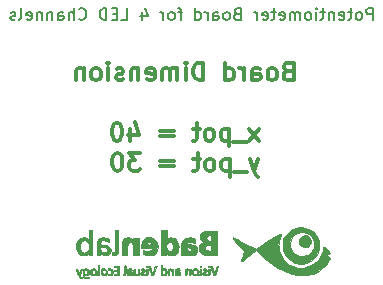
<source format=gbr>
G04 #@! TF.GenerationSoftware,KiCad,Pcbnew,(5.0.0)*
G04 #@! TF.CreationDate,2019-02-26T18:07:47+01:00*
G04 #@! TF.ProjectId,Potentiometer_mount_4LED,506F74656E74696F6D657465725F6D6F,rev?*
G04 #@! TF.SameCoordinates,Original*
G04 #@! TF.FileFunction,Legend,Bot*
G04 #@! TF.FilePolarity,Positive*
%FSLAX46Y46*%
G04 Gerber Fmt 4.6, Leading zero omitted, Abs format (unit mm)*
G04 Created by KiCad (PCBNEW (5.0.0)) date 02/26/19 18:07:47*
%MOMM*%
%LPD*%
G01*
G04 APERTURE LIST*
%ADD10C,0.200000*%
%ADD11C,0.300000*%
%ADD12C,0.010000*%
G04 APERTURE END LIST*
D10*
X153633333Y-55652380D02*
X153633333Y-54652380D01*
X153252380Y-54652380D01*
X153157142Y-54700000D01*
X153109523Y-54747619D01*
X153061904Y-54842857D01*
X153061904Y-54985714D01*
X153109523Y-55080952D01*
X153157142Y-55128571D01*
X153252380Y-55176190D01*
X153633333Y-55176190D01*
X152490476Y-55652380D02*
X152585714Y-55604761D01*
X152633333Y-55557142D01*
X152680952Y-55461904D01*
X152680952Y-55176190D01*
X152633333Y-55080952D01*
X152585714Y-55033333D01*
X152490476Y-54985714D01*
X152347619Y-54985714D01*
X152252380Y-55033333D01*
X152204761Y-55080952D01*
X152157142Y-55176190D01*
X152157142Y-55461904D01*
X152204761Y-55557142D01*
X152252380Y-55604761D01*
X152347619Y-55652380D01*
X152490476Y-55652380D01*
X151871428Y-54985714D02*
X151490476Y-54985714D01*
X151728571Y-54652380D02*
X151728571Y-55509523D01*
X151680952Y-55604761D01*
X151585714Y-55652380D01*
X151490476Y-55652380D01*
X150776190Y-55604761D02*
X150871428Y-55652380D01*
X151061904Y-55652380D01*
X151157142Y-55604761D01*
X151204761Y-55509523D01*
X151204761Y-55128571D01*
X151157142Y-55033333D01*
X151061904Y-54985714D01*
X150871428Y-54985714D01*
X150776190Y-55033333D01*
X150728571Y-55128571D01*
X150728571Y-55223809D01*
X151204761Y-55319047D01*
X150300000Y-54985714D02*
X150300000Y-55652380D01*
X150300000Y-55080952D02*
X150252380Y-55033333D01*
X150157142Y-54985714D01*
X150014285Y-54985714D01*
X149919047Y-55033333D01*
X149871428Y-55128571D01*
X149871428Y-55652380D01*
X149538095Y-54985714D02*
X149157142Y-54985714D01*
X149395238Y-54652380D02*
X149395238Y-55509523D01*
X149347619Y-55604761D01*
X149252380Y-55652380D01*
X149157142Y-55652380D01*
X148823809Y-55652380D02*
X148823809Y-54985714D01*
X148823809Y-54652380D02*
X148871428Y-54700000D01*
X148823809Y-54747619D01*
X148776190Y-54700000D01*
X148823809Y-54652380D01*
X148823809Y-54747619D01*
X148204761Y-55652380D02*
X148300000Y-55604761D01*
X148347619Y-55557142D01*
X148395238Y-55461904D01*
X148395238Y-55176190D01*
X148347619Y-55080952D01*
X148300000Y-55033333D01*
X148204761Y-54985714D01*
X148061904Y-54985714D01*
X147966666Y-55033333D01*
X147919047Y-55080952D01*
X147871428Y-55176190D01*
X147871428Y-55461904D01*
X147919047Y-55557142D01*
X147966666Y-55604761D01*
X148061904Y-55652380D01*
X148204761Y-55652380D01*
X147442857Y-55652380D02*
X147442857Y-54985714D01*
X147442857Y-55080952D02*
X147395238Y-55033333D01*
X147300000Y-54985714D01*
X147157142Y-54985714D01*
X147061904Y-55033333D01*
X147014285Y-55128571D01*
X147014285Y-55652380D01*
X147014285Y-55128571D02*
X146966666Y-55033333D01*
X146871428Y-54985714D01*
X146728571Y-54985714D01*
X146633333Y-55033333D01*
X146585714Y-55128571D01*
X146585714Y-55652380D01*
X145728571Y-55604761D02*
X145823809Y-55652380D01*
X146014285Y-55652380D01*
X146109523Y-55604761D01*
X146157142Y-55509523D01*
X146157142Y-55128571D01*
X146109523Y-55033333D01*
X146014285Y-54985714D01*
X145823809Y-54985714D01*
X145728571Y-55033333D01*
X145680952Y-55128571D01*
X145680952Y-55223809D01*
X146157142Y-55319047D01*
X145395238Y-54985714D02*
X145014285Y-54985714D01*
X145252380Y-54652380D02*
X145252380Y-55509523D01*
X145204761Y-55604761D01*
X145109523Y-55652380D01*
X145014285Y-55652380D01*
X144300000Y-55604761D02*
X144395238Y-55652380D01*
X144585714Y-55652380D01*
X144680952Y-55604761D01*
X144728571Y-55509523D01*
X144728571Y-55128571D01*
X144680952Y-55033333D01*
X144585714Y-54985714D01*
X144395238Y-54985714D01*
X144300000Y-55033333D01*
X144252380Y-55128571D01*
X144252380Y-55223809D01*
X144728571Y-55319047D01*
X143823809Y-55652380D02*
X143823809Y-54985714D01*
X143823809Y-55176190D02*
X143776190Y-55080952D01*
X143728571Y-55033333D01*
X143633333Y-54985714D01*
X143538095Y-54985714D01*
X142109523Y-55128571D02*
X141966666Y-55176190D01*
X141919047Y-55223809D01*
X141871428Y-55319047D01*
X141871428Y-55461904D01*
X141919047Y-55557142D01*
X141966666Y-55604761D01*
X142061904Y-55652380D01*
X142442857Y-55652380D01*
X142442857Y-54652380D01*
X142109523Y-54652380D01*
X142014285Y-54700000D01*
X141966666Y-54747619D01*
X141919047Y-54842857D01*
X141919047Y-54938095D01*
X141966666Y-55033333D01*
X142014285Y-55080952D01*
X142109523Y-55128571D01*
X142442857Y-55128571D01*
X141300000Y-55652380D02*
X141395238Y-55604761D01*
X141442857Y-55557142D01*
X141490476Y-55461904D01*
X141490476Y-55176190D01*
X141442857Y-55080952D01*
X141395238Y-55033333D01*
X141300000Y-54985714D01*
X141157142Y-54985714D01*
X141061904Y-55033333D01*
X141014285Y-55080952D01*
X140966666Y-55176190D01*
X140966666Y-55461904D01*
X141014285Y-55557142D01*
X141061904Y-55604761D01*
X141157142Y-55652380D01*
X141300000Y-55652380D01*
X140109523Y-55652380D02*
X140109523Y-55128571D01*
X140157142Y-55033333D01*
X140252380Y-54985714D01*
X140442857Y-54985714D01*
X140538095Y-55033333D01*
X140109523Y-55604761D02*
X140204761Y-55652380D01*
X140442857Y-55652380D01*
X140538095Y-55604761D01*
X140585714Y-55509523D01*
X140585714Y-55414285D01*
X140538095Y-55319047D01*
X140442857Y-55271428D01*
X140204761Y-55271428D01*
X140109523Y-55223809D01*
X139633333Y-55652380D02*
X139633333Y-54985714D01*
X139633333Y-55176190D02*
X139585714Y-55080952D01*
X139538095Y-55033333D01*
X139442857Y-54985714D01*
X139347619Y-54985714D01*
X138585714Y-55652380D02*
X138585714Y-54652380D01*
X138585714Y-55604761D02*
X138680952Y-55652380D01*
X138871428Y-55652380D01*
X138966666Y-55604761D01*
X139014285Y-55557142D01*
X139061904Y-55461904D01*
X139061904Y-55176190D01*
X139014285Y-55080952D01*
X138966666Y-55033333D01*
X138871428Y-54985714D01*
X138680952Y-54985714D01*
X138585714Y-55033333D01*
X137490476Y-54985714D02*
X137109523Y-54985714D01*
X137347619Y-55652380D02*
X137347619Y-54795238D01*
X137300000Y-54700000D01*
X137204761Y-54652380D01*
X137109523Y-54652380D01*
X136633333Y-55652380D02*
X136728571Y-55604761D01*
X136776190Y-55557142D01*
X136823809Y-55461904D01*
X136823809Y-55176190D01*
X136776190Y-55080952D01*
X136728571Y-55033333D01*
X136633333Y-54985714D01*
X136490476Y-54985714D01*
X136395238Y-55033333D01*
X136347619Y-55080952D01*
X136300000Y-55176190D01*
X136300000Y-55461904D01*
X136347619Y-55557142D01*
X136395238Y-55604761D01*
X136490476Y-55652380D01*
X136633333Y-55652380D01*
X135871428Y-55652380D02*
X135871428Y-54985714D01*
X135871428Y-55176190D02*
X135823809Y-55080952D01*
X135776190Y-55033333D01*
X135680952Y-54985714D01*
X135585714Y-54985714D01*
X134061904Y-54985714D02*
X134061904Y-55652380D01*
X134300000Y-54604761D02*
X134538095Y-55319047D01*
X133919047Y-55319047D01*
X132300000Y-55652380D02*
X132776190Y-55652380D01*
X132776190Y-54652380D01*
X131966666Y-55128571D02*
X131633333Y-55128571D01*
X131490476Y-55652380D02*
X131966666Y-55652380D01*
X131966666Y-54652380D01*
X131490476Y-54652380D01*
X131061904Y-55652380D02*
X131061904Y-54652380D01*
X130823809Y-54652380D01*
X130680952Y-54700000D01*
X130585714Y-54795238D01*
X130538095Y-54890476D01*
X130490476Y-55080952D01*
X130490476Y-55223809D01*
X130538095Y-55414285D01*
X130585714Y-55509523D01*
X130680952Y-55604761D01*
X130823809Y-55652380D01*
X131061904Y-55652380D01*
X128728571Y-55557142D02*
X128776190Y-55604761D01*
X128919047Y-55652380D01*
X129014285Y-55652380D01*
X129157142Y-55604761D01*
X129252380Y-55509523D01*
X129300000Y-55414285D01*
X129347619Y-55223809D01*
X129347619Y-55080952D01*
X129300000Y-54890476D01*
X129252380Y-54795238D01*
X129157142Y-54700000D01*
X129014285Y-54652380D01*
X128919047Y-54652380D01*
X128776190Y-54700000D01*
X128728571Y-54747619D01*
X128300000Y-55652380D02*
X128300000Y-54652380D01*
X127871428Y-55652380D02*
X127871428Y-55128571D01*
X127919047Y-55033333D01*
X128014285Y-54985714D01*
X128157142Y-54985714D01*
X128252380Y-55033333D01*
X128300000Y-55080952D01*
X126966666Y-55652380D02*
X126966666Y-55128571D01*
X127014285Y-55033333D01*
X127109523Y-54985714D01*
X127300000Y-54985714D01*
X127395238Y-55033333D01*
X126966666Y-55604761D02*
X127061904Y-55652380D01*
X127300000Y-55652380D01*
X127395238Y-55604761D01*
X127442857Y-55509523D01*
X127442857Y-55414285D01*
X127395238Y-55319047D01*
X127300000Y-55271428D01*
X127061904Y-55271428D01*
X126966666Y-55223809D01*
X126490476Y-54985714D02*
X126490476Y-55652380D01*
X126490476Y-55080952D02*
X126442857Y-55033333D01*
X126347619Y-54985714D01*
X126204761Y-54985714D01*
X126109523Y-55033333D01*
X126061904Y-55128571D01*
X126061904Y-55652380D01*
X125585714Y-54985714D02*
X125585714Y-55652380D01*
X125585714Y-55080952D02*
X125538095Y-55033333D01*
X125442857Y-54985714D01*
X125300000Y-54985714D01*
X125204761Y-55033333D01*
X125157142Y-55128571D01*
X125157142Y-55652380D01*
X124300000Y-55604761D02*
X124395238Y-55652380D01*
X124585714Y-55652380D01*
X124680952Y-55604761D01*
X124728571Y-55509523D01*
X124728571Y-55128571D01*
X124680952Y-55033333D01*
X124585714Y-54985714D01*
X124395238Y-54985714D01*
X124300000Y-55033333D01*
X124252380Y-55128571D01*
X124252380Y-55223809D01*
X124728571Y-55319047D01*
X123680952Y-55652380D02*
X123776190Y-55604761D01*
X123823809Y-55509523D01*
X123823809Y-54652380D01*
X123347619Y-55604761D02*
X123252380Y-55652380D01*
X123061904Y-55652380D01*
X122966666Y-55604761D01*
X122919047Y-55509523D01*
X122919047Y-55461904D01*
X122966666Y-55366666D01*
X123061904Y-55319047D01*
X123204761Y-55319047D01*
X123300000Y-55271428D01*
X123347619Y-55176190D01*
X123347619Y-55128571D01*
X123300000Y-55033333D01*
X123204761Y-54985714D01*
X123061904Y-54985714D01*
X122966666Y-55033333D01*
D11*
X146414285Y-59967857D02*
X146200000Y-60039285D01*
X146128571Y-60110714D01*
X146057142Y-60253571D01*
X146057142Y-60467857D01*
X146128571Y-60610714D01*
X146200000Y-60682142D01*
X146342857Y-60753571D01*
X146914285Y-60753571D01*
X146914285Y-59253571D01*
X146414285Y-59253571D01*
X146271428Y-59325000D01*
X146200000Y-59396428D01*
X146128571Y-59539285D01*
X146128571Y-59682142D01*
X146200000Y-59825000D01*
X146271428Y-59896428D01*
X146414285Y-59967857D01*
X146914285Y-59967857D01*
X145200000Y-60753571D02*
X145342857Y-60682142D01*
X145414285Y-60610714D01*
X145485714Y-60467857D01*
X145485714Y-60039285D01*
X145414285Y-59896428D01*
X145342857Y-59825000D01*
X145200000Y-59753571D01*
X144985714Y-59753571D01*
X144842857Y-59825000D01*
X144771428Y-59896428D01*
X144700000Y-60039285D01*
X144700000Y-60467857D01*
X144771428Y-60610714D01*
X144842857Y-60682142D01*
X144985714Y-60753571D01*
X145200000Y-60753571D01*
X143414285Y-60753571D02*
X143414285Y-59967857D01*
X143485714Y-59825000D01*
X143628571Y-59753571D01*
X143914285Y-59753571D01*
X144057142Y-59825000D01*
X143414285Y-60682142D02*
X143557142Y-60753571D01*
X143914285Y-60753571D01*
X144057142Y-60682142D01*
X144128571Y-60539285D01*
X144128571Y-60396428D01*
X144057142Y-60253571D01*
X143914285Y-60182142D01*
X143557142Y-60182142D01*
X143414285Y-60110714D01*
X142700000Y-60753571D02*
X142700000Y-59753571D01*
X142700000Y-60039285D02*
X142628571Y-59896428D01*
X142557142Y-59825000D01*
X142414285Y-59753571D01*
X142271428Y-59753571D01*
X141128571Y-60753571D02*
X141128571Y-59253571D01*
X141128571Y-60682142D02*
X141271428Y-60753571D01*
X141557142Y-60753571D01*
X141700000Y-60682142D01*
X141771428Y-60610714D01*
X141842857Y-60467857D01*
X141842857Y-60039285D01*
X141771428Y-59896428D01*
X141700000Y-59825000D01*
X141557142Y-59753571D01*
X141271428Y-59753571D01*
X141128571Y-59825000D01*
X139271428Y-60753571D02*
X139271428Y-59253571D01*
X138914285Y-59253571D01*
X138700000Y-59325000D01*
X138557142Y-59467857D01*
X138485714Y-59610714D01*
X138414285Y-59896428D01*
X138414285Y-60110714D01*
X138485714Y-60396428D01*
X138557142Y-60539285D01*
X138700000Y-60682142D01*
X138914285Y-60753571D01*
X139271428Y-60753571D01*
X137771428Y-60753571D02*
X137771428Y-59753571D01*
X137771428Y-59253571D02*
X137842857Y-59325000D01*
X137771428Y-59396428D01*
X137700000Y-59325000D01*
X137771428Y-59253571D01*
X137771428Y-59396428D01*
X137057142Y-60753571D02*
X137057142Y-59753571D01*
X137057142Y-59896428D02*
X136985714Y-59825000D01*
X136842857Y-59753571D01*
X136628571Y-59753571D01*
X136485714Y-59825000D01*
X136414285Y-59967857D01*
X136414285Y-60753571D01*
X136414285Y-59967857D02*
X136342857Y-59825000D01*
X136200000Y-59753571D01*
X135985714Y-59753571D01*
X135842857Y-59825000D01*
X135771428Y-59967857D01*
X135771428Y-60753571D01*
X134485714Y-60682142D02*
X134628571Y-60753571D01*
X134914285Y-60753571D01*
X135057142Y-60682142D01*
X135128571Y-60539285D01*
X135128571Y-59967857D01*
X135057142Y-59825000D01*
X134914285Y-59753571D01*
X134628571Y-59753571D01*
X134485714Y-59825000D01*
X134414285Y-59967857D01*
X134414285Y-60110714D01*
X135128571Y-60253571D01*
X133771428Y-59753571D02*
X133771428Y-60753571D01*
X133771428Y-59896428D02*
X133700000Y-59825000D01*
X133557142Y-59753571D01*
X133342857Y-59753571D01*
X133200000Y-59825000D01*
X133128571Y-59967857D01*
X133128571Y-60753571D01*
X132485714Y-60682142D02*
X132342857Y-60753571D01*
X132057142Y-60753571D01*
X131914285Y-60682142D01*
X131842857Y-60539285D01*
X131842857Y-60467857D01*
X131914285Y-60325000D01*
X132057142Y-60253571D01*
X132271428Y-60253571D01*
X132414285Y-60182142D01*
X132485714Y-60039285D01*
X132485714Y-59967857D01*
X132414285Y-59825000D01*
X132271428Y-59753571D01*
X132057142Y-59753571D01*
X131914285Y-59825000D01*
X131200000Y-60753571D02*
X131200000Y-59753571D01*
X131200000Y-59253571D02*
X131271428Y-59325000D01*
X131200000Y-59396428D01*
X131128571Y-59325000D01*
X131200000Y-59253571D01*
X131200000Y-59396428D01*
X130271428Y-60753571D02*
X130414285Y-60682142D01*
X130485714Y-60610714D01*
X130557142Y-60467857D01*
X130557142Y-60039285D01*
X130485714Y-59896428D01*
X130414285Y-59825000D01*
X130271428Y-59753571D01*
X130057142Y-59753571D01*
X129914285Y-59825000D01*
X129842857Y-59896428D01*
X129771428Y-60039285D01*
X129771428Y-60467857D01*
X129842857Y-60610714D01*
X129914285Y-60682142D01*
X130057142Y-60753571D01*
X130271428Y-60753571D01*
X129128571Y-59753571D02*
X129128571Y-60753571D01*
X129128571Y-59896428D02*
X129057142Y-59825000D01*
X128914285Y-59753571D01*
X128700000Y-59753571D01*
X128557142Y-59825000D01*
X128485714Y-59967857D01*
X128485714Y-60753571D01*
X143950000Y-65853571D02*
X143164285Y-64853571D01*
X143950000Y-64853571D02*
X143164285Y-65853571D01*
X142950000Y-65996428D02*
X141807142Y-65996428D01*
X141450000Y-64853571D02*
X141450000Y-66353571D01*
X141450000Y-64925000D02*
X141307142Y-64853571D01*
X141021428Y-64853571D01*
X140878571Y-64925000D01*
X140807142Y-64996428D01*
X140735714Y-65139285D01*
X140735714Y-65567857D01*
X140807142Y-65710714D01*
X140878571Y-65782142D01*
X141021428Y-65853571D01*
X141307142Y-65853571D01*
X141450000Y-65782142D01*
X139878571Y-65853571D02*
X140021428Y-65782142D01*
X140092857Y-65710714D01*
X140164285Y-65567857D01*
X140164285Y-65139285D01*
X140092857Y-64996428D01*
X140021428Y-64925000D01*
X139878571Y-64853571D01*
X139664285Y-64853571D01*
X139521428Y-64925000D01*
X139450000Y-64996428D01*
X139378571Y-65139285D01*
X139378571Y-65567857D01*
X139450000Y-65710714D01*
X139521428Y-65782142D01*
X139664285Y-65853571D01*
X139878571Y-65853571D01*
X138950000Y-64853571D02*
X138378571Y-64853571D01*
X138735714Y-64353571D02*
X138735714Y-65639285D01*
X138664285Y-65782142D01*
X138521428Y-65853571D01*
X138378571Y-65853571D01*
X136735714Y-65067857D02*
X135592857Y-65067857D01*
X135592857Y-65496428D02*
X136735714Y-65496428D01*
X133092857Y-64853571D02*
X133092857Y-65853571D01*
X133450000Y-64282142D02*
X133807142Y-65353571D01*
X132878571Y-65353571D01*
X132021428Y-64353571D02*
X131878571Y-64353571D01*
X131735714Y-64425000D01*
X131664285Y-64496428D01*
X131592857Y-64639285D01*
X131521428Y-64925000D01*
X131521428Y-65282142D01*
X131592857Y-65567857D01*
X131664285Y-65710714D01*
X131735714Y-65782142D01*
X131878571Y-65853571D01*
X132021428Y-65853571D01*
X132164285Y-65782142D01*
X132235714Y-65710714D01*
X132307142Y-65567857D01*
X132378571Y-65282142D01*
X132378571Y-64925000D01*
X132307142Y-64639285D01*
X132235714Y-64496428D01*
X132164285Y-64425000D01*
X132021428Y-64353571D01*
X143914285Y-67403571D02*
X143557142Y-68403571D01*
X143200000Y-67403571D02*
X143557142Y-68403571D01*
X143700000Y-68760714D01*
X143771428Y-68832142D01*
X143914285Y-68903571D01*
X142985714Y-68546428D02*
X141842857Y-68546428D01*
X141485714Y-67403571D02*
X141485714Y-68903571D01*
X141485714Y-67475000D02*
X141342857Y-67403571D01*
X141057142Y-67403571D01*
X140914285Y-67475000D01*
X140842857Y-67546428D01*
X140771428Y-67689285D01*
X140771428Y-68117857D01*
X140842857Y-68260714D01*
X140914285Y-68332142D01*
X141057142Y-68403571D01*
X141342857Y-68403571D01*
X141485714Y-68332142D01*
X139914285Y-68403571D02*
X140057142Y-68332142D01*
X140128571Y-68260714D01*
X140200000Y-68117857D01*
X140200000Y-67689285D01*
X140128571Y-67546428D01*
X140057142Y-67475000D01*
X139914285Y-67403571D01*
X139700000Y-67403571D01*
X139557142Y-67475000D01*
X139485714Y-67546428D01*
X139414285Y-67689285D01*
X139414285Y-68117857D01*
X139485714Y-68260714D01*
X139557142Y-68332142D01*
X139700000Y-68403571D01*
X139914285Y-68403571D01*
X138985714Y-67403571D02*
X138414285Y-67403571D01*
X138771428Y-66903571D02*
X138771428Y-68189285D01*
X138700000Y-68332142D01*
X138557142Y-68403571D01*
X138414285Y-68403571D01*
X136771428Y-67617857D02*
X135628571Y-67617857D01*
X135628571Y-68046428D02*
X136771428Y-68046428D01*
X133914285Y-66903571D02*
X132985714Y-66903571D01*
X133485714Y-67475000D01*
X133271428Y-67475000D01*
X133128571Y-67546428D01*
X133057142Y-67617857D01*
X132985714Y-67760714D01*
X132985714Y-68117857D01*
X133057142Y-68260714D01*
X133128571Y-68332142D01*
X133271428Y-68403571D01*
X133700000Y-68403571D01*
X133842857Y-68332142D01*
X133914285Y-68260714D01*
X132057142Y-66903571D02*
X131914285Y-66903571D01*
X131771428Y-66975000D01*
X131700000Y-67046428D01*
X131628571Y-67189285D01*
X131557142Y-67475000D01*
X131557142Y-67832142D01*
X131628571Y-68117857D01*
X131700000Y-68260714D01*
X131771428Y-68332142D01*
X131914285Y-68403571D01*
X132057142Y-68403571D01*
X132200000Y-68332142D01*
X132271428Y-68260714D01*
X132342857Y-68117857D01*
X132414285Y-67832142D01*
X132414285Y-67475000D01*
X132342857Y-67189285D01*
X132271428Y-67046428D01*
X132200000Y-66975000D01*
X132057142Y-66903571D01*
D12*
G04 #@! TO.C,G\002A\002A\002A*
G36*
X147685188Y-73909539D02*
X147546401Y-73986971D01*
X147443248Y-74101097D01*
X147378922Y-74239795D01*
X147356617Y-74390940D01*
X147379525Y-74542410D01*
X147450839Y-74682080D01*
X147573754Y-74797827D01*
X147609200Y-74819533D01*
X147768231Y-74883485D01*
X147920979Y-74886304D01*
X148084437Y-74829144D01*
X148225051Y-74728675D01*
X148311358Y-74591125D01*
X148346034Y-74411821D01*
X148347009Y-74370474D01*
X148318402Y-74185061D01*
X148236556Y-74038506D01*
X148107436Y-73936761D01*
X147937004Y-73885776D01*
X147856415Y-73880927D01*
X147685188Y-73909539D01*
X147685188Y-73909539D01*
G37*
X147685188Y-73909539D02*
X147546401Y-73986971D01*
X147443248Y-74101097D01*
X147378922Y-74239795D01*
X147356617Y-74390940D01*
X147379525Y-74542410D01*
X147450839Y-74682080D01*
X147573754Y-74797827D01*
X147609200Y-74819533D01*
X147768231Y-74883485D01*
X147920979Y-74886304D01*
X148084437Y-74829144D01*
X148225051Y-74728675D01*
X148311358Y-74591125D01*
X148346034Y-74411821D01*
X148347009Y-74370474D01*
X148318402Y-74185061D01*
X148236556Y-74038506D01*
X148107436Y-73936761D01*
X147937004Y-73885776D01*
X147856415Y-73880927D01*
X147685188Y-73909539D01*
G36*
X132727808Y-74066658D02*
X132573235Y-74132718D01*
X132447101Y-74251450D01*
X132430307Y-74275510D01*
X132407267Y-74319775D01*
X132390106Y-74379372D01*
X132377678Y-74465044D01*
X132368838Y-74587535D01*
X132362441Y-74757589D01*
X132357936Y-74954460D01*
X132346671Y-75540267D01*
X132826400Y-75540267D01*
X132826400Y-75121987D01*
X132829244Y-74950345D01*
X132836982Y-74794596D01*
X132848422Y-74672183D01*
X132861952Y-74601722D01*
X132924368Y-74500696D01*
X133014821Y-74451509D01*
X133118326Y-74461491D01*
X133134160Y-74468599D01*
X133197534Y-74510620D01*
X133242907Y-74570722D01*
X133273049Y-74659595D01*
X133290732Y-74787930D01*
X133298726Y-74966416D01*
X133300034Y-75108467D01*
X133300533Y-75540267D01*
X133774666Y-75540267D01*
X133774666Y-74084000D01*
X133537600Y-74084000D01*
X133413797Y-74085089D01*
X133342950Y-74092120D01*
X133310281Y-74110739D01*
X133301011Y-74146590D01*
X133300533Y-74174570D01*
X133300533Y-74265140D01*
X133224333Y-74197967D01*
X133067139Y-74097936D01*
X132897036Y-74054615D01*
X132727808Y-74066658D01*
X132727808Y-74066658D01*
G37*
X132727808Y-74066658D02*
X132573235Y-74132718D01*
X132447101Y-74251450D01*
X132430307Y-74275510D01*
X132407267Y-74319775D01*
X132390106Y-74379372D01*
X132377678Y-74465044D01*
X132368838Y-74587535D01*
X132362441Y-74757589D01*
X132357936Y-74954460D01*
X132346671Y-75540267D01*
X132826400Y-75540267D01*
X132826400Y-75121987D01*
X132829244Y-74950345D01*
X132836982Y-74794596D01*
X132848422Y-74672183D01*
X132861952Y-74601722D01*
X132924368Y-74500696D01*
X133014821Y-74451509D01*
X133118326Y-74461491D01*
X133134160Y-74468599D01*
X133197534Y-74510620D01*
X133242907Y-74570722D01*
X133273049Y-74659595D01*
X133290732Y-74787930D01*
X133298726Y-74966416D01*
X133300034Y-75108467D01*
X133300533Y-75540267D01*
X133774666Y-75540267D01*
X133774666Y-74084000D01*
X133537600Y-74084000D01*
X133413797Y-74085089D01*
X133342950Y-74092120D01*
X133310281Y-74110739D01*
X133301011Y-74146590D01*
X133300533Y-74174570D01*
X133300533Y-74265140D01*
X133224333Y-74197967D01*
X133067139Y-74097936D01*
X132897036Y-74054615D01*
X132727808Y-74066658D01*
G36*
X139879133Y-73513633D02*
X139674347Y-73519139D01*
X139524385Y-73525821D01*
X139416345Y-73535506D01*
X139337320Y-73550020D01*
X139274406Y-73571189D01*
X139214699Y-73600839D01*
X139198480Y-73609950D01*
X139059876Y-73715457D01*
X138981292Y-73844595D01*
X138956268Y-74008022D01*
X138956266Y-74009577D01*
X138983074Y-74149832D01*
X139053325Y-74284289D01*
X139151766Y-74386883D01*
X139191218Y-74411023D01*
X139271737Y-74451166D01*
X139156335Y-74499976D01*
X139014163Y-74592291D01*
X138919467Y-74720482D01*
X138872573Y-74871796D01*
X138873809Y-75033476D01*
X138923504Y-75192770D01*
X139021986Y-75336923D01*
X139132424Y-75430345D01*
X139186389Y-75464494D01*
X139237297Y-75489315D01*
X139297130Y-75506569D01*
X139377870Y-75518015D01*
X139491500Y-75525413D01*
X139650000Y-75530523D01*
X139842679Y-75534655D01*
X140412533Y-75545976D01*
X140412533Y-74693600D01*
X139904533Y-74693600D01*
X139904533Y-75167733D01*
X139718266Y-75167733D01*
X139590011Y-75159929D01*
X139506550Y-75132685D01*
X139464266Y-75100000D01*
X139400116Y-74999807D01*
X139395609Y-74898985D01*
X139443585Y-74808095D01*
X139536884Y-74737700D01*
X139668346Y-74698360D01*
X139739767Y-74693600D01*
X139904533Y-74693600D01*
X140412533Y-74693600D01*
X140412533Y-73880800D01*
X139904533Y-73880800D01*
X139904533Y-74321067D01*
X139754591Y-74321067D01*
X139647317Y-74312117D01*
X139576978Y-74277337D01*
X139534458Y-74231833D01*
X139476478Y-74138201D01*
X139475211Y-74061498D01*
X139531702Y-73980068D01*
X139547394Y-73963927D01*
X139640645Y-73900315D01*
X139761742Y-73880825D01*
X139767527Y-73880800D01*
X139904533Y-73880800D01*
X140412533Y-73880800D01*
X140412533Y-73501170D01*
X139879133Y-73513633D01*
X139879133Y-73513633D01*
G37*
X139879133Y-73513633D02*
X139674347Y-73519139D01*
X139524385Y-73525821D01*
X139416345Y-73535506D01*
X139337320Y-73550020D01*
X139274406Y-73571189D01*
X139214699Y-73600839D01*
X139198480Y-73609950D01*
X139059876Y-73715457D01*
X138981292Y-73844595D01*
X138956268Y-74008022D01*
X138956266Y-74009577D01*
X138983074Y-74149832D01*
X139053325Y-74284289D01*
X139151766Y-74386883D01*
X139191218Y-74411023D01*
X139271737Y-74451166D01*
X139156335Y-74499976D01*
X139014163Y-74592291D01*
X138919467Y-74720482D01*
X138872573Y-74871796D01*
X138873809Y-75033476D01*
X138923504Y-75192770D01*
X139021986Y-75336923D01*
X139132424Y-75430345D01*
X139186389Y-75464494D01*
X139237297Y-75489315D01*
X139297130Y-75506569D01*
X139377870Y-75518015D01*
X139491500Y-75525413D01*
X139650000Y-75530523D01*
X139842679Y-75534655D01*
X140412533Y-75545976D01*
X140412533Y-74693600D01*
X139904533Y-74693600D01*
X139904533Y-75167733D01*
X139718266Y-75167733D01*
X139590011Y-75159929D01*
X139506550Y-75132685D01*
X139464266Y-75100000D01*
X139400116Y-74999807D01*
X139395609Y-74898985D01*
X139443585Y-74808095D01*
X139536884Y-74737700D01*
X139668346Y-74698360D01*
X139739767Y-74693600D01*
X139904533Y-74693600D01*
X140412533Y-74693600D01*
X140412533Y-73880800D01*
X139904533Y-73880800D01*
X139904533Y-74321067D01*
X139754591Y-74321067D01*
X139647317Y-74312117D01*
X139576978Y-74277337D01*
X139534458Y-74231833D01*
X139476478Y-74138201D01*
X139475211Y-74061498D01*
X139531702Y-73980068D01*
X139547394Y-73963927D01*
X139640645Y-73900315D01*
X139761742Y-73880825D01*
X139767527Y-73880800D01*
X139904533Y-73880800D01*
X140412533Y-73880800D01*
X140412533Y-73501170D01*
X139879133Y-73513633D01*
G36*
X129575200Y-74256781D02*
X129455239Y-74165282D01*
X129303726Y-74087134D01*
X129132087Y-74057875D01*
X128957654Y-74074836D01*
X128797761Y-74135350D01*
X128669742Y-74236749D01*
X128628658Y-74292506D01*
X128549158Y-74481203D01*
X128512611Y-74700489D01*
X128518649Y-74928882D01*
X128566903Y-75144903D01*
X128646126Y-75310998D01*
X128770952Y-75443974D01*
X128933297Y-75532526D01*
X129116246Y-75572538D01*
X129302883Y-75559892D01*
X129448701Y-75506334D01*
X129528861Y-75467284D01*
X129566257Y-75462810D01*
X129575200Y-75489401D01*
X129597489Y-75524753D01*
X129671447Y-75539332D01*
X129710666Y-75540267D01*
X129846133Y-75540267D01*
X129846133Y-74826785D01*
X129558266Y-74826785D01*
X129558266Y-74832496D01*
X129557356Y-74978397D01*
X129551491Y-75073820D01*
X129535966Y-75136021D01*
X129506078Y-75182256D01*
X129457123Y-75229778D01*
X129447666Y-75238245D01*
X129310951Y-75319015D01*
X129159013Y-75335784D01*
X129002351Y-75287759D01*
X128903239Y-75201406D01*
X128829891Y-75068204D01*
X128787306Y-74905773D01*
X128780480Y-74731734D01*
X128805158Y-74592429D01*
X128877979Y-74444267D01*
X128986994Y-74344914D01*
X129119079Y-74297843D01*
X129261109Y-74306530D01*
X129399958Y-74374449D01*
X129453504Y-74420807D01*
X129503194Y-74473759D01*
X129534017Y-74523154D01*
X129550470Y-74586672D01*
X129557054Y-74681989D01*
X129558266Y-74826785D01*
X129846133Y-74826785D01*
X129846133Y-73406667D01*
X129575200Y-73406667D01*
X129575200Y-74256781D01*
X129575200Y-74256781D01*
G37*
X129575200Y-74256781D02*
X129455239Y-74165282D01*
X129303726Y-74087134D01*
X129132087Y-74057875D01*
X128957654Y-74074836D01*
X128797761Y-74135350D01*
X128669742Y-74236749D01*
X128628658Y-74292506D01*
X128549158Y-74481203D01*
X128512611Y-74700489D01*
X128518649Y-74928882D01*
X128566903Y-75144903D01*
X128646126Y-75310998D01*
X128770952Y-75443974D01*
X128933297Y-75532526D01*
X129116246Y-75572538D01*
X129302883Y-75559892D01*
X129448701Y-75506334D01*
X129528861Y-75467284D01*
X129566257Y-75462810D01*
X129575200Y-75489401D01*
X129597489Y-75524753D01*
X129671447Y-75539332D01*
X129710666Y-75540267D01*
X129846133Y-75540267D01*
X129846133Y-74826785D01*
X129558266Y-74826785D01*
X129558266Y-74832496D01*
X129557356Y-74978397D01*
X129551491Y-75073820D01*
X129535966Y-75136021D01*
X129506078Y-75182256D01*
X129457123Y-75229778D01*
X129447666Y-75238245D01*
X129310951Y-75319015D01*
X129159013Y-75335784D01*
X129002351Y-75287759D01*
X128903239Y-75201406D01*
X128829891Y-75068204D01*
X128787306Y-74905773D01*
X128780480Y-74731734D01*
X128805158Y-74592429D01*
X128877979Y-74444267D01*
X128986994Y-74344914D01*
X129119079Y-74297843D01*
X129261109Y-74306530D01*
X129399958Y-74374449D01*
X129453504Y-74420807D01*
X129503194Y-74473759D01*
X129534017Y-74523154D01*
X129550470Y-74586672D01*
X129557054Y-74681989D01*
X129558266Y-74826785D01*
X129846133Y-74826785D01*
X129846133Y-73406667D01*
X129575200Y-73406667D01*
X129575200Y-74256781D01*
G36*
X130612056Y-74069871D02*
X130507073Y-74102947D01*
X130422476Y-74148472D01*
X130358878Y-74200451D01*
X130313331Y-74268764D01*
X130282889Y-74363291D01*
X130264606Y-74493913D01*
X130255534Y-74670511D01*
X130252728Y-74902964D01*
X130252660Y-74956067D01*
X130252533Y-75540267D01*
X130388000Y-75540267D01*
X130476776Y-75534494D01*
X130515975Y-75511398D01*
X130523466Y-75473554D01*
X130527559Y-75435147D01*
X130549852Y-75430856D01*
X130605369Y-75462744D01*
X130646726Y-75490487D01*
X130799306Y-75557084D01*
X130973305Y-75575690D01*
X131142547Y-75545594D01*
X131227044Y-75506258D01*
X131332939Y-75412167D01*
X131389737Y-75283617D01*
X131403473Y-75140413D01*
X131132548Y-75140413D01*
X131104289Y-75236142D01*
X131028741Y-75301973D01*
X130921612Y-75332902D01*
X130798606Y-75323922D01*
X130692444Y-75280670D01*
X130584195Y-75180098D01*
X130529869Y-75039673D01*
X130523466Y-74959615D01*
X130523466Y-74856283D01*
X130735133Y-74880423D01*
X130910875Y-74907965D01*
X131028683Y-74947345D01*
X131098125Y-75004823D01*
X131128771Y-75086659D01*
X131132548Y-75140413D01*
X131403473Y-75140413D01*
X131403501Y-75140129D01*
X131381252Y-74983982D01*
X131312652Y-74861177D01*
X131192831Y-74767761D01*
X131016918Y-74699784D01*
X130808534Y-74657372D01*
X130517363Y-74614053D01*
X130537450Y-74509893D01*
X130588724Y-74387518D01*
X130681796Y-74314345D01*
X130810261Y-74291988D01*
X130967714Y-74322066D01*
X131084994Y-74371725D01*
X131177907Y-74418176D01*
X131242034Y-74448937D01*
X131260066Y-74456392D01*
X131265343Y-74426377D01*
X131268302Y-74351129D01*
X131268533Y-74319339D01*
X131262398Y-74228066D01*
X131231682Y-74175800D01*
X131157914Y-74134642D01*
X131141533Y-74127503D01*
X130968894Y-74075466D01*
X130783892Y-74055926D01*
X130612056Y-74069871D01*
X130612056Y-74069871D01*
G37*
X130612056Y-74069871D02*
X130507073Y-74102947D01*
X130422476Y-74148472D01*
X130358878Y-74200451D01*
X130313331Y-74268764D01*
X130282889Y-74363291D01*
X130264606Y-74493913D01*
X130255534Y-74670511D01*
X130252728Y-74902964D01*
X130252660Y-74956067D01*
X130252533Y-75540267D01*
X130388000Y-75540267D01*
X130476776Y-75534494D01*
X130515975Y-75511398D01*
X130523466Y-75473554D01*
X130527559Y-75435147D01*
X130549852Y-75430856D01*
X130605369Y-75462744D01*
X130646726Y-75490487D01*
X130799306Y-75557084D01*
X130973305Y-75575690D01*
X131142547Y-75545594D01*
X131227044Y-75506258D01*
X131332939Y-75412167D01*
X131389737Y-75283617D01*
X131403473Y-75140413D01*
X131132548Y-75140413D01*
X131104289Y-75236142D01*
X131028741Y-75301973D01*
X130921612Y-75332902D01*
X130798606Y-75323922D01*
X130692444Y-75280670D01*
X130584195Y-75180098D01*
X130529869Y-75039673D01*
X130523466Y-74959615D01*
X130523466Y-74856283D01*
X130735133Y-74880423D01*
X130910875Y-74907965D01*
X131028683Y-74947345D01*
X131098125Y-75004823D01*
X131128771Y-75086659D01*
X131132548Y-75140413D01*
X131403473Y-75140413D01*
X131403501Y-75140129D01*
X131381252Y-74983982D01*
X131312652Y-74861177D01*
X131192831Y-74767761D01*
X131016918Y-74699784D01*
X130808534Y-74657372D01*
X130517363Y-74614053D01*
X130537450Y-74509893D01*
X130588724Y-74387518D01*
X130681796Y-74314345D01*
X130810261Y-74291988D01*
X130967714Y-74322066D01*
X131084994Y-74371725D01*
X131177907Y-74418176D01*
X131242034Y-74448937D01*
X131260066Y-74456392D01*
X131265343Y-74426377D01*
X131268302Y-74351129D01*
X131268533Y-74319339D01*
X131262398Y-74228066D01*
X131231682Y-74175800D01*
X131157914Y-74134642D01*
X131141533Y-74127503D01*
X130968894Y-74075466D01*
X130783892Y-74055926D01*
X130612056Y-74069871D01*
G36*
X131776533Y-74314293D02*
X131776237Y-74598635D01*
X131774491Y-74822478D01*
X131770005Y-74993058D01*
X131761492Y-75117609D01*
X131747664Y-75203367D01*
X131727231Y-75257565D01*
X131698905Y-75287441D01*
X131661398Y-75300227D01*
X131613422Y-75303159D01*
X131600426Y-75303200D01*
X131535898Y-75310907D01*
X131509973Y-75347752D01*
X131505600Y-75418110D01*
X131518798Y-75506429D01*
X131567059Y-75554777D01*
X131663382Y-75573029D01*
X131711035Y-75574133D01*
X131816232Y-75545907D01*
X131919932Y-75475359D01*
X132030533Y-75376585D01*
X132051281Y-73406667D01*
X131776533Y-73406667D01*
X131776533Y-74314293D01*
X131776533Y-74314293D01*
G37*
X131776533Y-74314293D02*
X131776237Y-74598635D01*
X131774491Y-74822478D01*
X131770005Y-74993058D01*
X131761492Y-75117609D01*
X131747664Y-75203367D01*
X131727231Y-75257565D01*
X131698905Y-75287441D01*
X131661398Y-75300227D01*
X131613422Y-75303159D01*
X131600426Y-75303200D01*
X131535898Y-75310907D01*
X131509973Y-75347752D01*
X131505600Y-75418110D01*
X131518798Y-75506429D01*
X131567059Y-75554777D01*
X131663382Y-75573029D01*
X131711035Y-75574133D01*
X131816232Y-75545907D01*
X131919932Y-75475359D01*
X132030533Y-75376585D01*
X132051281Y-73406667D01*
X131776533Y-73406667D01*
X131776533Y-74314293D01*
G36*
X134526687Y-74063121D02*
X134361106Y-74115952D01*
X134209532Y-74215385D01*
X134103332Y-74357854D01*
X134039703Y-74548241D01*
X134019064Y-74711514D01*
X134002826Y-74964534D01*
X134927873Y-74964534D01*
X134876792Y-75063313D01*
X134792340Y-75157775D01*
X134666423Y-75211795D01*
X134513233Y-75223528D01*
X134346967Y-75191127D01*
X134239761Y-75146126D01*
X134143714Y-75096458D01*
X134153924Y-75290088D01*
X134162110Y-75400442D01*
X134179132Y-75463233D01*
X134215962Y-75498599D01*
X134282667Y-75526349D01*
X134401715Y-75552653D01*
X134558723Y-75565908D01*
X134727004Y-75566005D01*
X134879876Y-75552834D01*
X134983108Y-75529224D01*
X135146951Y-75434750D01*
X135273820Y-75292407D01*
X135359605Y-75113553D01*
X135400196Y-74909546D01*
X135391483Y-74691743D01*
X135374247Y-74623640D01*
X134892267Y-74623640D01*
X134860417Y-74643956D01*
X134772425Y-74656516D01*
X134672133Y-74659734D01*
X134560034Y-74655205D01*
X134480748Y-74643357D01*
X134452000Y-74627460D01*
X134473961Y-74543661D01*
X134526331Y-74461903D01*
X134588839Y-74412847D01*
X134595229Y-74410824D01*
X134701840Y-74412539D01*
X134800855Y-74461603D01*
X134871064Y-74542820D01*
X134892267Y-74623640D01*
X135374247Y-74623640D01*
X135348151Y-74520538D01*
X135250144Y-74337163D01*
X135106883Y-74194770D01*
X134930480Y-74098323D01*
X134733045Y-74052785D01*
X134526687Y-74063121D01*
X134526687Y-74063121D01*
G37*
X134526687Y-74063121D02*
X134361106Y-74115952D01*
X134209532Y-74215385D01*
X134103332Y-74357854D01*
X134039703Y-74548241D01*
X134019064Y-74711514D01*
X134002826Y-74964534D01*
X134927873Y-74964534D01*
X134876792Y-75063313D01*
X134792340Y-75157775D01*
X134666423Y-75211795D01*
X134513233Y-75223528D01*
X134346967Y-75191127D01*
X134239761Y-75146126D01*
X134143714Y-75096458D01*
X134153924Y-75290088D01*
X134162110Y-75400442D01*
X134179132Y-75463233D01*
X134215962Y-75498599D01*
X134282667Y-75526349D01*
X134401715Y-75552653D01*
X134558723Y-75565908D01*
X134727004Y-75566005D01*
X134879876Y-75552834D01*
X134983108Y-75529224D01*
X135146951Y-75434750D01*
X135273820Y-75292407D01*
X135359605Y-75113553D01*
X135400196Y-74909546D01*
X135391483Y-74691743D01*
X135374247Y-74623640D01*
X134892267Y-74623640D01*
X134860417Y-74643956D01*
X134772425Y-74656516D01*
X134672133Y-74659734D01*
X134560034Y-74655205D01*
X134480748Y-74643357D01*
X134452000Y-74627460D01*
X134473961Y-74543661D01*
X134526331Y-74461903D01*
X134588839Y-74412847D01*
X134595229Y-74410824D01*
X134701840Y-74412539D01*
X134800855Y-74461603D01*
X134871064Y-74542820D01*
X134892267Y-74623640D01*
X135374247Y-74623640D01*
X135348151Y-74520538D01*
X135250144Y-74337163D01*
X135106883Y-74194770D01*
X134930480Y-74098323D01*
X134733045Y-74052785D01*
X134526687Y-74063121D01*
G36*
X135637333Y-75540267D02*
X135891333Y-75540267D01*
X136024950Y-75537674D01*
X136103400Y-75528217D01*
X136139110Y-75509376D01*
X136145333Y-75488779D01*
X136154605Y-75461459D01*
X136192056Y-75465255D01*
X136272135Y-75501992D01*
X136279451Y-75505712D01*
X136461958Y-75564247D01*
X136655433Y-75567269D01*
X136836874Y-75515103D01*
X136870926Y-75497376D01*
X137007592Y-75388611D01*
X137099552Y-75240251D01*
X137149597Y-75046131D01*
X137157277Y-74922011D01*
X136685527Y-74922011D01*
X136673233Y-74993979D01*
X136634765Y-75053744D01*
X136592277Y-75098533D01*
X136489808Y-75178230D01*
X136395605Y-75194975D01*
X136295132Y-75149595D01*
X136254103Y-75117769D01*
X136172742Y-75012690D01*
X136131225Y-74880928D01*
X136128645Y-74741260D01*
X136164093Y-74612463D01*
X136236663Y-74513316D01*
X136284846Y-74481561D01*
X136411880Y-74449293D01*
X136521326Y-74478695D01*
X136607075Y-74564681D01*
X136663016Y-74702166D01*
X136679997Y-74810406D01*
X136685527Y-74922011D01*
X137157277Y-74922011D01*
X137161333Y-74856481D01*
X137138803Y-74613040D01*
X137073400Y-74406207D01*
X136968402Y-74245323D01*
X136935154Y-74212292D01*
X136800352Y-74124691D01*
X136639278Y-74070841D01*
X136474228Y-74054537D01*
X136327500Y-74079572D01*
X136280800Y-74100934D01*
X136211087Y-74136568D01*
X136170733Y-74150533D01*
X136160530Y-74119453D01*
X136152283Y-74034256D01*
X136146923Y-73908553D01*
X136145333Y-73779200D01*
X136145333Y-73406667D01*
X135637333Y-73406667D01*
X135637333Y-75540267D01*
X135637333Y-75540267D01*
G37*
X135637333Y-75540267D02*
X135891333Y-75540267D01*
X136024950Y-75537674D01*
X136103400Y-75528217D01*
X136139110Y-75509376D01*
X136145333Y-75488779D01*
X136154605Y-75461459D01*
X136192056Y-75465255D01*
X136272135Y-75501992D01*
X136279451Y-75505712D01*
X136461958Y-75564247D01*
X136655433Y-75567269D01*
X136836874Y-75515103D01*
X136870926Y-75497376D01*
X137007592Y-75388611D01*
X137099552Y-75240251D01*
X137149597Y-75046131D01*
X137157277Y-74922011D01*
X136685527Y-74922011D01*
X136673233Y-74993979D01*
X136634765Y-75053744D01*
X136592277Y-75098533D01*
X136489808Y-75178230D01*
X136395605Y-75194975D01*
X136295132Y-75149595D01*
X136254103Y-75117769D01*
X136172742Y-75012690D01*
X136131225Y-74880928D01*
X136128645Y-74741260D01*
X136164093Y-74612463D01*
X136236663Y-74513316D01*
X136284846Y-74481561D01*
X136411880Y-74449293D01*
X136521326Y-74478695D01*
X136607075Y-74564681D01*
X136663016Y-74702166D01*
X136679997Y-74810406D01*
X136685527Y-74922011D01*
X137157277Y-74922011D01*
X137161333Y-74856481D01*
X137138803Y-74613040D01*
X137073400Y-74406207D01*
X136968402Y-74245323D01*
X136935154Y-74212292D01*
X136800352Y-74124691D01*
X136639278Y-74070841D01*
X136474228Y-74054537D01*
X136327500Y-74079572D01*
X136280800Y-74100934D01*
X136211087Y-74136568D01*
X136170733Y-74150533D01*
X136160530Y-74119453D01*
X136152283Y-74034256D01*
X136146923Y-73908553D01*
X136145333Y-73779200D01*
X136145333Y-73406667D01*
X135637333Y-73406667D01*
X135637333Y-75540267D01*
G36*
X137873488Y-74066657D02*
X137690476Y-74126919D01*
X137549561Y-74240089D01*
X137474600Y-74353643D01*
X137444990Y-74418087D01*
X137424171Y-74483437D01*
X137410622Y-74563036D01*
X137402825Y-74670228D01*
X137399257Y-74818356D01*
X137398400Y-75020765D01*
X137398400Y-75540267D01*
X137635467Y-75540267D01*
X137764555Y-75537222D01*
X137838409Y-75526347D01*
X137869329Y-75505033D01*
X137872533Y-75489965D01*
X137882770Y-75463125D01*
X137922753Y-75472914D01*
X137982600Y-75506771D01*
X138127023Y-75560770D01*
X138295394Y-75573300D01*
X138458130Y-75544387D01*
X138542244Y-75506258D01*
X138644221Y-75417508D01*
X138700064Y-75297874D01*
X138714295Y-75135804D01*
X138710962Y-75075125D01*
X138706851Y-75053272D01*
X138278933Y-75053272D01*
X138252389Y-75132655D01*
X138189455Y-75202250D01*
X138115177Y-75235214D01*
X138108918Y-75235467D01*
X138043113Y-75215470D01*
X137964197Y-75167170D01*
X137961767Y-75165275D01*
X137887054Y-75071796D01*
X137872533Y-74995942D01*
X137882127Y-74924534D01*
X137922815Y-74898905D01*
X137958288Y-74896800D01*
X138063000Y-74911468D01*
X138165324Y-74948631D01*
X138244239Y-74998032D01*
X138278723Y-75049413D01*
X138278933Y-75053272D01*
X138706851Y-75053272D01*
X138683177Y-74927440D01*
X138621211Y-74814678D01*
X138517013Y-74730548D01*
X138362529Y-74668760D01*
X138149708Y-74623026D01*
X138127693Y-74619525D01*
X137993401Y-74593566D01*
X137904694Y-74565695D01*
X137872534Y-74539359D01*
X137872533Y-74539275D01*
X137902173Y-74476168D01*
X137980791Y-74435367D01*
X138092936Y-74418284D01*
X138223155Y-74426332D01*
X138355996Y-74460923D01*
X138419799Y-74489252D01*
X138503393Y-74531107D01*
X138558566Y-74555544D01*
X138567843Y-74558134D01*
X138576300Y-74527388D01*
X138582064Y-74447617D01*
X138583733Y-74359051D01*
X138583733Y-74159968D01*
X138365106Y-74105051D01*
X138098422Y-74059352D01*
X137873488Y-74066657D01*
X137873488Y-74066657D01*
G37*
X137873488Y-74066657D02*
X137690476Y-74126919D01*
X137549561Y-74240089D01*
X137474600Y-74353643D01*
X137444990Y-74418087D01*
X137424171Y-74483437D01*
X137410622Y-74563036D01*
X137402825Y-74670228D01*
X137399257Y-74818356D01*
X137398400Y-75020765D01*
X137398400Y-75540267D01*
X137635467Y-75540267D01*
X137764555Y-75537222D01*
X137838409Y-75526347D01*
X137869329Y-75505033D01*
X137872533Y-75489965D01*
X137882770Y-75463125D01*
X137922753Y-75472914D01*
X137982600Y-75506771D01*
X138127023Y-75560770D01*
X138295394Y-75573300D01*
X138458130Y-75544387D01*
X138542244Y-75506258D01*
X138644221Y-75417508D01*
X138700064Y-75297874D01*
X138714295Y-75135804D01*
X138710962Y-75075125D01*
X138706851Y-75053272D01*
X138278933Y-75053272D01*
X138252389Y-75132655D01*
X138189455Y-75202250D01*
X138115177Y-75235214D01*
X138108918Y-75235467D01*
X138043113Y-75215470D01*
X137964197Y-75167170D01*
X137961767Y-75165275D01*
X137887054Y-75071796D01*
X137872533Y-74995942D01*
X137882127Y-74924534D01*
X137922815Y-74898905D01*
X137958288Y-74896800D01*
X138063000Y-74911468D01*
X138165324Y-74948631D01*
X138244239Y-74998032D01*
X138278723Y-75049413D01*
X138278933Y-75053272D01*
X138706851Y-75053272D01*
X138683177Y-74927440D01*
X138621211Y-74814678D01*
X138517013Y-74730548D01*
X138362529Y-74668760D01*
X138149708Y-74623026D01*
X138127693Y-74619525D01*
X137993401Y-74593566D01*
X137904694Y-74565695D01*
X137872534Y-74539359D01*
X137872533Y-74539275D01*
X137902173Y-74476168D01*
X137980791Y-74435367D01*
X138092936Y-74418284D01*
X138223155Y-74426332D01*
X138355996Y-74460923D01*
X138419799Y-74489252D01*
X138503393Y-74531107D01*
X138558566Y-74555544D01*
X138567843Y-74558134D01*
X138576300Y-74527388D01*
X138582064Y-74447617D01*
X138583733Y-74359051D01*
X138583733Y-74159968D01*
X138365106Y-74105051D01*
X138098422Y-74059352D01*
X137873488Y-74066657D01*
G36*
X147360431Y-73212759D02*
X147107485Y-73253837D01*
X146888147Y-73325583D01*
X146881067Y-73328775D01*
X146693425Y-73435021D01*
X146504597Y-73577535D01*
X146334863Y-73738673D01*
X146204504Y-73900788D01*
X146181657Y-73937321D01*
X146048055Y-74227859D01*
X145977325Y-74528003D01*
X145966952Y-74829681D01*
X146014421Y-75124824D01*
X146117218Y-75405362D01*
X146272827Y-75663225D01*
X146478735Y-75890342D01*
X146732426Y-76078643D01*
X146872339Y-76153783D01*
X146986794Y-76204553D01*
X147088112Y-76237205D01*
X147199383Y-76256546D01*
X147343692Y-76267383D01*
X147435900Y-76271131D01*
X147597198Y-76273093D01*
X147747245Y-76268527D01*
X147863884Y-76258388D01*
X147905393Y-76250879D01*
X148192493Y-76144481D01*
X148449448Y-75982958D01*
X148669882Y-75774610D01*
X148847418Y-75527737D01*
X148975679Y-75250641D01*
X149048290Y-74951620D01*
X149062632Y-74744400D01*
X149042198Y-74542742D01*
X148626228Y-74542742D01*
X148623408Y-74746427D01*
X148592086Y-74935295D01*
X148545051Y-75061499D01*
X148424906Y-75237667D01*
X148264670Y-75399016D01*
X148086198Y-75525460D01*
X147989108Y-75572484D01*
X147791313Y-75622795D01*
X147571777Y-75633302D01*
X147357080Y-75604987D01*
X147181047Y-75542631D01*
X146964475Y-75396569D01*
X146795152Y-75211288D01*
X146676445Y-74996747D01*
X146611725Y-74762907D01*
X146604360Y-74519729D01*
X146657719Y-74277174D01*
X146711179Y-74153433D01*
X146851522Y-73949859D01*
X147035033Y-73789780D01*
X147249997Y-73677185D01*
X147484701Y-73616065D01*
X147727431Y-73610408D01*
X147966472Y-73664203D01*
X148047914Y-73698201D01*
X148262397Y-73836380D01*
X148443487Y-74028984D01*
X148546227Y-74192541D01*
X148600513Y-74349645D01*
X148626228Y-74542742D01*
X149042198Y-74542742D01*
X149030784Y-74430111D01*
X148939301Y-74135686D01*
X148794085Y-73868534D01*
X148601037Y-73636062D01*
X148366059Y-73445676D01*
X148095051Y-73304785D01*
X147858728Y-73233211D01*
X147619880Y-73205001D01*
X147360431Y-73212759D01*
X147360431Y-73212759D01*
G37*
X147360431Y-73212759D02*
X147107485Y-73253837D01*
X146888147Y-73325583D01*
X146881067Y-73328775D01*
X146693425Y-73435021D01*
X146504597Y-73577535D01*
X146334863Y-73738673D01*
X146204504Y-73900788D01*
X146181657Y-73937321D01*
X146048055Y-74227859D01*
X145977325Y-74528003D01*
X145966952Y-74829681D01*
X146014421Y-75124824D01*
X146117218Y-75405362D01*
X146272827Y-75663225D01*
X146478735Y-75890342D01*
X146732426Y-76078643D01*
X146872339Y-76153783D01*
X146986794Y-76204553D01*
X147088112Y-76237205D01*
X147199383Y-76256546D01*
X147343692Y-76267383D01*
X147435900Y-76271131D01*
X147597198Y-76273093D01*
X147747245Y-76268527D01*
X147863884Y-76258388D01*
X147905393Y-76250879D01*
X148192493Y-76144481D01*
X148449448Y-75982958D01*
X148669882Y-75774610D01*
X148847418Y-75527737D01*
X148975679Y-75250641D01*
X149048290Y-74951620D01*
X149062632Y-74744400D01*
X149042198Y-74542742D01*
X148626228Y-74542742D01*
X148623408Y-74746427D01*
X148592086Y-74935295D01*
X148545051Y-75061499D01*
X148424906Y-75237667D01*
X148264670Y-75399016D01*
X148086198Y-75525460D01*
X147989108Y-75572484D01*
X147791313Y-75622795D01*
X147571777Y-75633302D01*
X147357080Y-75604987D01*
X147181047Y-75542631D01*
X146964475Y-75396569D01*
X146795152Y-75211288D01*
X146676445Y-74996747D01*
X146611725Y-74762907D01*
X146604360Y-74519729D01*
X146657719Y-74277174D01*
X146711179Y-74153433D01*
X146851522Y-73949859D01*
X147035033Y-73789780D01*
X147249997Y-73677185D01*
X147484701Y-73616065D01*
X147727431Y-73610408D01*
X147966472Y-73664203D01*
X148047914Y-73698201D01*
X148262397Y-73836380D01*
X148443487Y-74028984D01*
X148546227Y-74192541D01*
X148600513Y-74349645D01*
X148626228Y-74542742D01*
X149042198Y-74542742D01*
X149030784Y-74430111D01*
X148939301Y-74135686D01*
X148794085Y-73868534D01*
X148601037Y-73636062D01*
X148366059Y-73445676D01*
X148095051Y-73304785D01*
X147858728Y-73233211D01*
X147619880Y-73205001D01*
X147360431Y-73212759D01*
G36*
X134429265Y-76478614D02*
X134418133Y-76522400D01*
X134442081Y-76579002D01*
X134485867Y-76590134D01*
X134542468Y-76566186D01*
X134553600Y-76522400D01*
X134529652Y-76465799D01*
X134485867Y-76454667D01*
X134429265Y-76478614D01*
X134429265Y-76478614D01*
G37*
X134429265Y-76478614D02*
X134418133Y-76522400D01*
X134442081Y-76579002D01*
X134485867Y-76590134D01*
X134542468Y-76566186D01*
X134553600Y-76522400D01*
X134529652Y-76465799D01*
X134485867Y-76454667D01*
X134429265Y-76478614D01*
G36*
X138967398Y-76478614D02*
X138956266Y-76522400D01*
X138980214Y-76579002D01*
X139024000Y-76590134D01*
X139080601Y-76566186D01*
X139091733Y-76522400D01*
X139067786Y-76465799D01*
X139024000Y-76454667D01*
X138967398Y-76478614D01*
X138967398Y-76478614D01*
G37*
X138967398Y-76478614D02*
X138956266Y-76522400D01*
X138980214Y-76579002D01*
X139024000Y-76590134D01*
X139080601Y-76566186D01*
X139091733Y-76522400D01*
X139067786Y-76465799D01*
X139024000Y-76454667D01*
X138967398Y-76478614D01*
G36*
X139678598Y-76478614D02*
X139667466Y-76522400D01*
X139691414Y-76579002D01*
X139735200Y-76590134D01*
X139791801Y-76566186D01*
X139802933Y-76522400D01*
X139778986Y-76465799D01*
X139735200Y-76454667D01*
X139678598Y-76478614D01*
X139678598Y-76478614D01*
G37*
X139678598Y-76478614D02*
X139667466Y-76522400D01*
X139691414Y-76579002D01*
X139735200Y-76590134D01*
X139791801Y-76566186D01*
X139802933Y-76522400D01*
X139778986Y-76465799D01*
X139735200Y-76454667D01*
X139678598Y-76478614D01*
G36*
X129831233Y-76689211D02*
X129730780Y-76760137D01*
X129666432Y-76875917D01*
X129657532Y-76912402D01*
X129659128Y-77024398D01*
X129695600Y-77135676D01*
X129756111Y-77220257D01*
X129796850Y-77246429D01*
X129915952Y-77268442D01*
X130039773Y-77255418D01*
X130137662Y-77211400D01*
X130150933Y-77199734D01*
X130210114Y-77097066D01*
X130221782Y-76979600D01*
X130083200Y-76979600D01*
X130060932Y-77087530D01*
X130002800Y-77152799D01*
X129921811Y-77166097D01*
X129859164Y-77139948D01*
X129805728Y-77068602D01*
X129794457Y-76970341D01*
X129827172Y-76876342D01*
X129900355Y-76806251D01*
X129976644Y-76795438D01*
X130041127Y-76837889D01*
X130078890Y-76927591D01*
X130083200Y-76979600D01*
X130221782Y-76979600D01*
X130222581Y-76971563D01*
X130191703Y-76845991D01*
X130120847Y-76743117D01*
X130078700Y-76711396D01*
X129952352Y-76670508D01*
X129831233Y-76689211D01*
X129831233Y-76689211D01*
G37*
X129831233Y-76689211D02*
X129730780Y-76760137D01*
X129666432Y-76875917D01*
X129657532Y-76912402D01*
X129659128Y-77024398D01*
X129695600Y-77135676D01*
X129756111Y-77220257D01*
X129796850Y-77246429D01*
X129915952Y-77268442D01*
X130039773Y-77255418D01*
X130137662Y-77211400D01*
X130150933Y-77199734D01*
X130210114Y-77097066D01*
X130221782Y-76979600D01*
X130083200Y-76979600D01*
X130060932Y-77087530D01*
X130002800Y-77152799D01*
X129921811Y-77166097D01*
X129859164Y-77139948D01*
X129805728Y-77068602D01*
X129794457Y-76970341D01*
X129827172Y-76876342D01*
X129900355Y-76806251D01*
X129976644Y-76795438D01*
X130041127Y-76837889D01*
X130078890Y-76927591D01*
X130083200Y-76979600D01*
X130221782Y-76979600D01*
X130222581Y-76971563D01*
X130191703Y-76845991D01*
X130120847Y-76743117D01*
X130078700Y-76711396D01*
X129952352Y-76670508D01*
X129831233Y-76689211D01*
G36*
X130359550Y-76425833D02*
X130339713Y-76448790D01*
X130327167Y-76501458D01*
X130319446Y-76595626D01*
X130314081Y-76743080D01*
X130312946Y-76784867D01*
X130306140Y-76956428D01*
X130295772Y-77067825D01*
X130280741Y-77126581D01*
X130261000Y-77140467D01*
X130226955Y-77161253D01*
X130218666Y-77199734D01*
X130245113Y-77250528D01*
X130307482Y-77269170D01*
X130380313Y-77252147D01*
X130415093Y-77226827D01*
X130436227Y-77168537D01*
X130449752Y-77044479D01*
X130455520Y-76856207D01*
X130455733Y-76803494D01*
X130454960Y-76637784D01*
X130451303Y-76528262D01*
X130442754Y-76463389D01*
X130427305Y-76431624D01*
X130402949Y-76421427D01*
X130389146Y-76420800D01*
X130359550Y-76425833D01*
X130359550Y-76425833D01*
G37*
X130359550Y-76425833D02*
X130339713Y-76448790D01*
X130327167Y-76501458D01*
X130319446Y-76595626D01*
X130314081Y-76743080D01*
X130312946Y-76784867D01*
X130306140Y-76956428D01*
X130295772Y-77067825D01*
X130280741Y-77126581D01*
X130261000Y-77140467D01*
X130226955Y-77161253D01*
X130218666Y-77199734D01*
X130245113Y-77250528D01*
X130307482Y-77269170D01*
X130380313Y-77252147D01*
X130415093Y-77226827D01*
X130436227Y-77168537D01*
X130449752Y-77044479D01*
X130455520Y-76856207D01*
X130455733Y-76803494D01*
X130454960Y-76637784D01*
X130451303Y-76528262D01*
X130442754Y-76463389D01*
X130427305Y-76431624D01*
X130402949Y-76421427D01*
X130389146Y-76420800D01*
X130359550Y-76425833D01*
G36*
X130734541Y-76687609D02*
X130624205Y-76760328D01*
X130571771Y-76854776D01*
X130555542Y-76978098D01*
X130575376Y-77102013D01*
X130626386Y-77193348D01*
X130716167Y-77248482D01*
X130833412Y-77269928D01*
X130950498Y-77256987D01*
X131039800Y-77208960D01*
X131044599Y-77203934D01*
X131090123Y-77125439D01*
X131118752Y-77026134D01*
X131114152Y-76938118D01*
X130990517Y-76938118D01*
X130983299Y-77037614D01*
X130941551Y-77103933D01*
X130861431Y-77157823D01*
X130782966Y-77154286D01*
X130727858Y-77100360D01*
X130692264Y-76990112D01*
X130700967Y-76895139D01*
X130744220Y-76827212D01*
X130812278Y-76798101D01*
X130895394Y-76819578D01*
X130935666Y-76849382D01*
X130990517Y-76938118D01*
X131114152Y-76938118D01*
X131111551Y-76888367D01*
X131055699Y-76778197D01*
X130965027Y-76703059D01*
X130853365Y-76670385D01*
X130734541Y-76687609D01*
X130734541Y-76687609D01*
G37*
X130734541Y-76687609D02*
X130624205Y-76760328D01*
X130571771Y-76854776D01*
X130555542Y-76978098D01*
X130575376Y-77102013D01*
X130626386Y-77193348D01*
X130716167Y-77248482D01*
X130833412Y-77269928D01*
X130950498Y-77256987D01*
X131039800Y-77208960D01*
X131044599Y-77203934D01*
X131090123Y-77125439D01*
X131118752Y-77026134D01*
X131114152Y-76938118D01*
X130990517Y-76938118D01*
X130983299Y-77037614D01*
X130941551Y-77103933D01*
X130861431Y-77157823D01*
X130782966Y-77154286D01*
X130727858Y-77100360D01*
X130692264Y-76990112D01*
X130700967Y-76895139D01*
X130744220Y-76827212D01*
X130812278Y-76798101D01*
X130895394Y-76819578D01*
X130935666Y-76849382D01*
X130990517Y-76938118D01*
X131114152Y-76938118D01*
X131111551Y-76888367D01*
X131055699Y-76778197D01*
X130965027Y-76703059D01*
X130853365Y-76670385D01*
X130734541Y-76687609D01*
G36*
X131227952Y-76687063D02*
X131174498Y-76731552D01*
X131166933Y-76762292D01*
X131179441Y-76805510D01*
X131229244Y-76811966D01*
X131262990Y-76806296D01*
X131367569Y-76814412D01*
X131442401Y-76875713D01*
X131471719Y-76977107D01*
X131471733Y-76979600D01*
X131443553Y-77081704D01*
X131369523Y-77143993D01*
X131265412Y-77153375D01*
X131262990Y-77152905D01*
X131193840Y-77147055D01*
X131168857Y-77174868D01*
X131166933Y-77200580D01*
X131195120Y-77247736D01*
X131266077Y-77270864D01*
X131359398Y-77270360D01*
X131454677Y-77246623D01*
X131531509Y-77200051D01*
X131538147Y-77193348D01*
X131597411Y-77084915D01*
X131605995Y-76958596D01*
X131568937Y-76835022D01*
X131491272Y-76734826D01*
X131415165Y-76689541D01*
X131315127Y-76671022D01*
X131227952Y-76687063D01*
X131227952Y-76687063D01*
G37*
X131227952Y-76687063D02*
X131174498Y-76731552D01*
X131166933Y-76762292D01*
X131179441Y-76805510D01*
X131229244Y-76811966D01*
X131262990Y-76806296D01*
X131367569Y-76814412D01*
X131442401Y-76875713D01*
X131471719Y-76977107D01*
X131471733Y-76979600D01*
X131443553Y-77081704D01*
X131369523Y-77143993D01*
X131265412Y-77153375D01*
X131262990Y-77152905D01*
X131193840Y-77147055D01*
X131168857Y-77174868D01*
X131166933Y-77200580D01*
X131195120Y-77247736D01*
X131266077Y-77270864D01*
X131359398Y-77270360D01*
X131454677Y-77246623D01*
X131531509Y-77200051D01*
X131538147Y-77193348D01*
X131597411Y-77084915D01*
X131605995Y-76958596D01*
X131568937Y-76835022D01*
X131491272Y-76734826D01*
X131415165Y-76689541D01*
X131315127Y-76671022D01*
X131227952Y-76687063D01*
G36*
X131760144Y-76492435D02*
X131696796Y-76506265D01*
X131675334Y-76533213D01*
X131674933Y-76539334D01*
X131694878Y-76572816D01*
X131762694Y-76588068D01*
X131827333Y-76590134D01*
X131921046Y-76593079D01*
X131965432Y-76610084D01*
X131978872Y-76653404D01*
X131979733Y-76691734D01*
X131974384Y-76756880D01*
X131945395Y-76785841D01*
X131873355Y-76793173D01*
X131844266Y-76793334D01*
X131755639Y-76799014D01*
X131716469Y-76821971D01*
X131708800Y-76861067D01*
X131720160Y-76905380D01*
X131766075Y-76924965D01*
X131844266Y-76928800D01*
X131931129Y-76932812D01*
X131969743Y-76954554D01*
X131979519Y-77008584D01*
X131979733Y-77030400D01*
X131975315Y-77092876D01*
X131949807Y-77122466D01*
X131884828Y-77131426D01*
X131827333Y-77132000D01*
X131732095Y-77136432D01*
X131687060Y-77154834D01*
X131674991Y-77194868D01*
X131674933Y-77199734D01*
X131682347Y-77237564D01*
X131714917Y-77258006D01*
X131788132Y-77266222D01*
X131878133Y-77267467D01*
X132081333Y-77267467D01*
X132081333Y-76488534D01*
X131878133Y-76488534D01*
X131760144Y-76492435D01*
X131760144Y-76492435D01*
G37*
X131760144Y-76492435D02*
X131696796Y-76506265D01*
X131675334Y-76533213D01*
X131674933Y-76539334D01*
X131694878Y-76572816D01*
X131762694Y-76588068D01*
X131827333Y-76590134D01*
X131921046Y-76593079D01*
X131965432Y-76610084D01*
X131978872Y-76653404D01*
X131979733Y-76691734D01*
X131974384Y-76756880D01*
X131945395Y-76785841D01*
X131873355Y-76793173D01*
X131844266Y-76793334D01*
X131755639Y-76799014D01*
X131716469Y-76821971D01*
X131708800Y-76861067D01*
X131720160Y-76905380D01*
X131766075Y-76924965D01*
X131844266Y-76928800D01*
X131931129Y-76932812D01*
X131969743Y-76954554D01*
X131979519Y-77008584D01*
X131979733Y-77030400D01*
X131975315Y-77092876D01*
X131949807Y-77122466D01*
X131884828Y-77131426D01*
X131827333Y-77132000D01*
X131732095Y-77136432D01*
X131687060Y-77154834D01*
X131674991Y-77194868D01*
X131674933Y-77199734D01*
X131682347Y-77237564D01*
X131714917Y-77258006D01*
X131788132Y-77266222D01*
X131878133Y-77267467D01*
X132081333Y-77267467D01*
X132081333Y-76488534D01*
X131878133Y-76488534D01*
X131760144Y-76492435D01*
G36*
X132594750Y-76425833D02*
X132574913Y-76448790D01*
X132562367Y-76501458D01*
X132554646Y-76595626D01*
X132549281Y-76743080D01*
X132548146Y-76784867D01*
X132541340Y-76956428D01*
X132530972Y-77067825D01*
X132515941Y-77126581D01*
X132496200Y-77140467D01*
X132462155Y-77161253D01*
X132453866Y-77199734D01*
X132477204Y-77255378D01*
X132532420Y-77272312D01*
X132597321Y-77252619D01*
X132649712Y-77198380D01*
X132657905Y-77180595D01*
X132672189Y-77109725D01*
X132683364Y-76990908D01*
X132689887Y-76843913D01*
X132690933Y-76757262D01*
X132689957Y-76603627D01*
X132685408Y-76505440D01*
X132674858Y-76450425D01*
X132655877Y-76426306D01*
X132626035Y-76420807D01*
X132624346Y-76420800D01*
X132594750Y-76425833D01*
X132594750Y-76425833D01*
G37*
X132594750Y-76425833D02*
X132574913Y-76448790D01*
X132562367Y-76501458D01*
X132554646Y-76595626D01*
X132549281Y-76743080D01*
X132548146Y-76784867D01*
X132541340Y-76956428D01*
X132530972Y-77067825D01*
X132515941Y-77126581D01*
X132496200Y-77140467D01*
X132462155Y-77161253D01*
X132453866Y-77199734D01*
X132477204Y-77255378D01*
X132532420Y-77272312D01*
X132597321Y-77252619D01*
X132649712Y-77198380D01*
X132657905Y-77180595D01*
X132672189Y-77109725D01*
X132683364Y-76990908D01*
X132689887Y-76843913D01*
X132690933Y-76757262D01*
X132689957Y-76603627D01*
X132685408Y-76505440D01*
X132674858Y-76450425D01*
X132655877Y-76426306D01*
X132626035Y-76420807D01*
X132624346Y-76420800D01*
X132594750Y-76425833D01*
G36*
X132914941Y-76689846D02*
X132842269Y-76737067D01*
X132825507Y-76761136D01*
X132808185Y-76826334D01*
X132796243Y-76934050D01*
X132792533Y-77041467D01*
X132792533Y-77260186D01*
X132989823Y-77262963D01*
X133105160Y-77257979D01*
X133193406Y-77242069D01*
X133226890Y-77225964D01*
X133260542Y-77153297D01*
X133261344Y-77106565D01*
X133124545Y-77106565D01*
X133116090Y-77129049D01*
X133061867Y-77163790D01*
X132992143Y-77144570D01*
X132968640Y-77125227D01*
X132928256Y-77062181D01*
X132938267Y-77018916D01*
X132993293Y-77012110D01*
X133004200Y-77014991D01*
X133097571Y-77057092D01*
X133124545Y-77106565D01*
X133261344Y-77106565D01*
X133262155Y-77059358D01*
X133232831Y-76980114D01*
X133218888Y-76965175D01*
X133154114Y-76933040D01*
X133059895Y-76907586D01*
X133049555Y-76905797D01*
X132970135Y-76885452D01*
X132929414Y-76860442D01*
X132928000Y-76855573D01*
X132955994Y-76815346D01*
X133023806Y-76801402D01*
X133107182Y-76818061D01*
X133116426Y-76822022D01*
X133176291Y-76842793D01*
X133197112Y-76822155D01*
X133198933Y-76791769D01*
X133170735Y-76726096D01*
X133100072Y-76686075D01*
X133007841Y-76673420D01*
X132914941Y-76689846D01*
X132914941Y-76689846D01*
G37*
X132914941Y-76689846D02*
X132842269Y-76737067D01*
X132825507Y-76761136D01*
X132808185Y-76826334D01*
X132796243Y-76934050D01*
X132792533Y-77041467D01*
X132792533Y-77260186D01*
X132989823Y-77262963D01*
X133105160Y-77257979D01*
X133193406Y-77242069D01*
X133226890Y-77225964D01*
X133260542Y-77153297D01*
X133261344Y-77106565D01*
X133124545Y-77106565D01*
X133116090Y-77129049D01*
X133061867Y-77163790D01*
X132992143Y-77144570D01*
X132968640Y-77125227D01*
X132928256Y-77062181D01*
X132938267Y-77018916D01*
X132993293Y-77012110D01*
X133004200Y-77014991D01*
X133097571Y-77057092D01*
X133124545Y-77106565D01*
X133261344Y-77106565D01*
X133262155Y-77059358D01*
X133232831Y-76980114D01*
X133218888Y-76965175D01*
X133154114Y-76933040D01*
X133059895Y-76907586D01*
X133049555Y-76905797D01*
X132970135Y-76885452D01*
X132929414Y-76860442D01*
X132928000Y-76855573D01*
X132955994Y-76815346D01*
X133023806Y-76801402D01*
X133107182Y-76818061D01*
X133116426Y-76822022D01*
X133176291Y-76842793D01*
X133197112Y-76822155D01*
X133198933Y-76791769D01*
X133170735Y-76726096D01*
X133100072Y-76686075D01*
X133007841Y-76673420D01*
X132914941Y-76689846D01*
G36*
X133369030Y-76697152D02*
X133348888Y-76722288D01*
X133338534Y-76780467D01*
X133334792Y-76885011D01*
X133334400Y-76975960D01*
X133334400Y-77260186D01*
X133529133Y-77262786D01*
X133644752Y-77259033D01*
X133736960Y-77246618D01*
X133773923Y-77234255D01*
X133805072Y-77186083D01*
X133826031Y-77082836D01*
X133836891Y-76947428D01*
X133842206Y-76817598D01*
X133839712Y-76741242D01*
X133826181Y-76704254D01*
X133798384Y-76692530D01*
X133778368Y-76691734D01*
X133739649Y-76697795D01*
X133718152Y-76726093D01*
X133708905Y-76791796D01*
X133706933Y-76909585D01*
X133704436Y-77029562D01*
X133693493Y-77098844D01*
X133668930Y-77134392D01*
X133633314Y-77150802D01*
X133554979Y-77148048D01*
X133501379Y-77083767D01*
X133473665Y-76959929D01*
X133469866Y-76871527D01*
X133466709Y-76766179D01*
X133453150Y-76712153D01*
X133423058Y-76693176D01*
X133402133Y-76691734D01*
X133369030Y-76697152D01*
X133369030Y-76697152D01*
G37*
X133369030Y-76697152D02*
X133348888Y-76722288D01*
X133338534Y-76780467D01*
X133334792Y-76885011D01*
X133334400Y-76975960D01*
X133334400Y-77260186D01*
X133529133Y-77262786D01*
X133644752Y-77259033D01*
X133736960Y-77246618D01*
X133773923Y-77234255D01*
X133805072Y-77186083D01*
X133826031Y-77082836D01*
X133836891Y-76947428D01*
X133842206Y-76817598D01*
X133839712Y-76741242D01*
X133826181Y-76704254D01*
X133798384Y-76692530D01*
X133778368Y-76691734D01*
X133739649Y-76697795D01*
X133718152Y-76726093D01*
X133708905Y-76791796D01*
X133706933Y-76909585D01*
X133704436Y-77029562D01*
X133693493Y-77098844D01*
X133668930Y-77134392D01*
X133633314Y-77150802D01*
X133554979Y-77148048D01*
X133501379Y-77083767D01*
X133473665Y-76959929D01*
X133469866Y-76871527D01*
X133466709Y-76766179D01*
X133453150Y-76712153D01*
X133423058Y-76693176D01*
X133402133Y-76691734D01*
X133369030Y-76697152D01*
G36*
X134026316Y-76678416D02*
X133958246Y-76715540D01*
X133941523Y-76764997D01*
X133974418Y-76804936D01*
X134037133Y-76815260D01*
X134116788Y-76824965D01*
X134143091Y-76857279D01*
X134109852Y-76900226D01*
X134087745Y-76913189D01*
X133968161Y-76993622D01*
X133913597Y-77078000D01*
X133925083Y-77163835D01*
X133963352Y-77214248D01*
X134026450Y-77245078D01*
X134128834Y-77264125D01*
X134250316Y-77271402D01*
X134370707Y-77266922D01*
X134469821Y-77250696D01*
X134527469Y-77222738D01*
X134533043Y-77213897D01*
X134543466Y-77154170D01*
X134550863Y-77049619D01*
X134553600Y-76926030D01*
X134551730Y-76802324D01*
X134543316Y-76731752D01*
X134524147Y-76699754D01*
X134490016Y-76691772D01*
X134485867Y-76691734D01*
X134449753Y-76698353D01*
X134429334Y-76728023D01*
X134420246Y-76795465D01*
X134418129Y-76915398D01*
X134418128Y-76920334D01*
X134418123Y-77148934D01*
X134251700Y-77148934D01*
X134126953Y-77142885D01*
X134068246Y-77124377D01*
X134074942Y-77092867D01*
X134138053Y-77052064D01*
X134251914Y-76976503D01*
X134304006Y-76895768D01*
X134302436Y-76809509D01*
X134250398Y-76727719D01*
X134156662Y-76679318D01*
X134043265Y-76674769D01*
X134026316Y-76678416D01*
X134026316Y-76678416D01*
G37*
X134026316Y-76678416D02*
X133958246Y-76715540D01*
X133941523Y-76764997D01*
X133974418Y-76804936D01*
X134037133Y-76815260D01*
X134116788Y-76824965D01*
X134143091Y-76857279D01*
X134109852Y-76900226D01*
X134087745Y-76913189D01*
X133968161Y-76993622D01*
X133913597Y-77078000D01*
X133925083Y-77163835D01*
X133963352Y-77214248D01*
X134026450Y-77245078D01*
X134128834Y-77264125D01*
X134250316Y-77271402D01*
X134370707Y-77266922D01*
X134469821Y-77250696D01*
X134527469Y-77222738D01*
X134533043Y-77213897D01*
X134543466Y-77154170D01*
X134550863Y-77049619D01*
X134553600Y-76926030D01*
X134551730Y-76802324D01*
X134543316Y-76731752D01*
X134524147Y-76699754D01*
X134490016Y-76691772D01*
X134485867Y-76691734D01*
X134449753Y-76698353D01*
X134429334Y-76728023D01*
X134420246Y-76795465D01*
X134418129Y-76915398D01*
X134418128Y-76920334D01*
X134418123Y-77148934D01*
X134251700Y-77148934D01*
X134126953Y-77142885D01*
X134068246Y-77124377D01*
X134074942Y-77092867D01*
X134138053Y-77052064D01*
X134251914Y-76976503D01*
X134304006Y-76895768D01*
X134302436Y-76809509D01*
X134250398Y-76727719D01*
X134156662Y-76679318D01*
X134043265Y-76674769D01*
X134026316Y-76678416D01*
G36*
X135179003Y-76496448D02*
X135144971Y-76528203D01*
X135109773Y-76595817D01*
X135066106Y-76711309D01*
X135043004Y-76778392D01*
X134944625Y-77068251D01*
X134842246Y-76778489D01*
X134790242Y-76638051D01*
X134750277Y-76550855D01*
X134715206Y-76505186D01*
X134677882Y-76489327D01*
X134665470Y-76488630D01*
X134591073Y-76488534D01*
X134675982Y-76717134D01*
X134728543Y-76860997D01*
X134780241Y-77006307D01*
X134814790Y-77106600D01*
X134854595Y-77206469D01*
X134894823Y-77254991D01*
X134946619Y-77267467D01*
X135009086Y-77248584D01*
X135048730Y-77181439D01*
X135056301Y-77157400D01*
X135082943Y-77074501D01*
X135125787Y-76951123D01*
X135176861Y-76810059D01*
X135192508Y-76767934D01*
X135296963Y-76488534D01*
X135219173Y-76488534D01*
X135179003Y-76496448D01*
X135179003Y-76496448D01*
G37*
X135179003Y-76496448D02*
X135144971Y-76528203D01*
X135109773Y-76595817D01*
X135066106Y-76711309D01*
X135043004Y-76778392D01*
X134944625Y-77068251D01*
X134842246Y-76778489D01*
X134790242Y-76638051D01*
X134750277Y-76550855D01*
X134715206Y-76505186D01*
X134677882Y-76489327D01*
X134665470Y-76488630D01*
X134591073Y-76488534D01*
X134675982Y-76717134D01*
X134728543Y-76860997D01*
X134780241Y-77006307D01*
X134814790Y-77106600D01*
X134854595Y-77206469D01*
X134894823Y-77254991D01*
X134946619Y-77267467D01*
X135009086Y-77248584D01*
X135048730Y-77181439D01*
X135056301Y-77157400D01*
X135082943Y-77074501D01*
X135125787Y-76951123D01*
X135176861Y-76810059D01*
X135192508Y-76767934D01*
X135296963Y-76488534D01*
X135219173Y-76488534D01*
X135179003Y-76496448D01*
G36*
X135676855Y-76424683D02*
X135657792Y-76443699D01*
X135646093Y-76488896D01*
X135639975Y-76571326D01*
X135637654Y-76702037D01*
X135637333Y-76840493D01*
X135637333Y-77260186D01*
X135835229Y-77262972D01*
X135965477Y-77256470D01*
X136064126Y-77235629D01*
X136095124Y-77220423D01*
X136136471Y-77166664D01*
X136156243Y-77072764D01*
X136159695Y-76998255D01*
X136159196Y-76982430D01*
X136043733Y-76982430D01*
X136020776Y-77074889D01*
X135963960Y-77137300D01*
X135891368Y-77159297D01*
X135821084Y-77130513D01*
X135808503Y-77117279D01*
X135780296Y-77041118D01*
X135782993Y-76942633D01*
X135812486Y-76854051D01*
X135847017Y-76815106D01*
X135913691Y-76807272D01*
X135981398Y-76847401D01*
X136030642Y-76918912D01*
X136043733Y-76982430D01*
X136159196Y-76982430D01*
X136156174Y-76886706D01*
X136134833Y-76815107D01*
X136085636Y-76756127D01*
X136063608Y-76736516D01*
X135972708Y-76677052D01*
X135885431Y-76668014D01*
X135868874Y-76670825D01*
X135807318Y-76678603D01*
X135779973Y-76657539D01*
X135772993Y-76591003D01*
X135772800Y-76555420D01*
X135767043Y-76467132D01*
X135743812Y-76428263D01*
X135705067Y-76420800D01*
X135676855Y-76424683D01*
X135676855Y-76424683D01*
G37*
X135676855Y-76424683D02*
X135657792Y-76443699D01*
X135646093Y-76488896D01*
X135639975Y-76571326D01*
X135637654Y-76702037D01*
X135637333Y-76840493D01*
X135637333Y-77260186D01*
X135835229Y-77262972D01*
X135965477Y-77256470D01*
X136064126Y-77235629D01*
X136095124Y-77220423D01*
X136136471Y-77166664D01*
X136156243Y-77072764D01*
X136159695Y-76998255D01*
X136159196Y-76982430D01*
X136043733Y-76982430D01*
X136020776Y-77074889D01*
X135963960Y-77137300D01*
X135891368Y-77159297D01*
X135821084Y-77130513D01*
X135808503Y-77117279D01*
X135780296Y-77041118D01*
X135782993Y-76942633D01*
X135812486Y-76854051D01*
X135847017Y-76815106D01*
X135913691Y-76807272D01*
X135981398Y-76847401D01*
X136030642Y-76918912D01*
X136043733Y-76982430D01*
X136159196Y-76982430D01*
X136156174Y-76886706D01*
X136134833Y-76815107D01*
X136085636Y-76756127D01*
X136063608Y-76736516D01*
X135972708Y-76677052D01*
X135885431Y-76668014D01*
X135868874Y-76670825D01*
X135807318Y-76678603D01*
X135779973Y-76657539D01*
X135772993Y-76591003D01*
X135772800Y-76555420D01*
X135767043Y-76467132D01*
X135743812Y-76428263D01*
X135705067Y-76420800D01*
X135676855Y-76424683D01*
G36*
X136336736Y-76705309D02*
X136283365Y-76768570D01*
X136254603Y-76883868D01*
X136246933Y-77036873D01*
X136248861Y-77159396D01*
X136257518Y-77228891D01*
X136277209Y-77260023D01*
X136312242Y-77267454D01*
X136314667Y-77267467D01*
X136353163Y-77259684D01*
X136373682Y-77225829D01*
X136381744Y-77150142D01*
X136382918Y-77072734D01*
X136390548Y-76925162D01*
X136414728Y-76836367D01*
X136458829Y-76798685D01*
X136503506Y-76798646D01*
X136562312Y-76841570D01*
X136599481Y-76944831D01*
X136615740Y-77110528D01*
X136616091Y-77123534D01*
X136626367Y-77221848D01*
X136653689Y-77264015D01*
X136670267Y-77267467D01*
X136695750Y-77255118D01*
X136711308Y-77210183D01*
X136719044Y-77120831D01*
X136721067Y-76981865D01*
X136721067Y-76696264D01*
X136611000Y-76692543D01*
X136504139Y-76689276D01*
X136418131Y-76687106D01*
X136336736Y-76705309D01*
X136336736Y-76705309D01*
G37*
X136336736Y-76705309D02*
X136283365Y-76768570D01*
X136254603Y-76883868D01*
X136246933Y-77036873D01*
X136248861Y-77159396D01*
X136257518Y-77228891D01*
X136277209Y-77260023D01*
X136312242Y-77267454D01*
X136314667Y-77267467D01*
X136353163Y-77259684D01*
X136373682Y-77225829D01*
X136381744Y-77150142D01*
X136382918Y-77072734D01*
X136390548Y-76925162D01*
X136414728Y-76836367D01*
X136458829Y-76798685D01*
X136503506Y-76798646D01*
X136562312Y-76841570D01*
X136599481Y-76944831D01*
X136615740Y-77110528D01*
X136616091Y-77123534D01*
X136626367Y-77221848D01*
X136653689Y-77264015D01*
X136670267Y-77267467D01*
X136695750Y-77255118D01*
X136711308Y-77210183D01*
X136719044Y-77120831D01*
X136721067Y-76981865D01*
X136721067Y-76696264D01*
X136611000Y-76692543D01*
X136504139Y-76689276D01*
X136418131Y-76687106D01*
X136336736Y-76705309D01*
G36*
X136978941Y-76689846D02*
X136906269Y-76737067D01*
X136889507Y-76761136D01*
X136872185Y-76826334D01*
X136860243Y-76934050D01*
X136856533Y-77041467D01*
X136856533Y-77260186D01*
X137053823Y-77262963D01*
X137169160Y-77257979D01*
X137257406Y-77242069D01*
X137290890Y-77225964D01*
X137324542Y-77153297D01*
X137325344Y-77106565D01*
X137188545Y-77106565D01*
X137180090Y-77129049D01*
X137125867Y-77163790D01*
X137056143Y-77144570D01*
X137032640Y-77125227D01*
X136992256Y-77062181D01*
X137002267Y-77018916D01*
X137057293Y-77012110D01*
X137068200Y-77014991D01*
X137161571Y-77057092D01*
X137188545Y-77106565D01*
X137325344Y-77106565D01*
X137326155Y-77059358D01*
X137296831Y-76980114D01*
X137282888Y-76965175D01*
X137218114Y-76933040D01*
X137123895Y-76907586D01*
X137113555Y-76905797D01*
X137034135Y-76885452D01*
X136993414Y-76860442D01*
X136992000Y-76855573D01*
X137019994Y-76815346D01*
X137087806Y-76801402D01*
X137171182Y-76818061D01*
X137180426Y-76822022D01*
X137240291Y-76842793D01*
X137261112Y-76822155D01*
X137262933Y-76791769D01*
X137234735Y-76726096D01*
X137164072Y-76686075D01*
X137071841Y-76673420D01*
X136978941Y-76689846D01*
X136978941Y-76689846D01*
G37*
X136978941Y-76689846D02*
X136906269Y-76737067D01*
X136889507Y-76761136D01*
X136872185Y-76826334D01*
X136860243Y-76934050D01*
X136856533Y-77041467D01*
X136856533Y-77260186D01*
X137053823Y-77262963D01*
X137169160Y-77257979D01*
X137257406Y-77242069D01*
X137290890Y-77225964D01*
X137324542Y-77153297D01*
X137325344Y-77106565D01*
X137188545Y-77106565D01*
X137180090Y-77129049D01*
X137125867Y-77163790D01*
X137056143Y-77144570D01*
X137032640Y-77125227D01*
X136992256Y-77062181D01*
X137002267Y-77018916D01*
X137057293Y-77012110D01*
X137068200Y-77014991D01*
X137161571Y-77057092D01*
X137188545Y-77106565D01*
X137325344Y-77106565D01*
X137326155Y-77059358D01*
X137296831Y-76980114D01*
X137282888Y-76965175D01*
X137218114Y-76933040D01*
X137123895Y-76907586D01*
X137113555Y-76905797D01*
X137034135Y-76885452D01*
X136993414Y-76860442D01*
X136992000Y-76855573D01*
X137019994Y-76815346D01*
X137087806Y-76801402D01*
X137171182Y-76818061D01*
X137180426Y-76822022D01*
X137240291Y-76842793D01*
X137261112Y-76822155D01*
X137262933Y-76791769D01*
X137234735Y-76726096D01*
X137164072Y-76686075D01*
X137071841Y-76673420D01*
X136978941Y-76689846D01*
G36*
X137793003Y-76705309D02*
X137739632Y-76768570D01*
X137710869Y-76883868D01*
X137703200Y-77036873D01*
X137705128Y-77159396D01*
X137713784Y-77228891D01*
X137733475Y-77260023D01*
X137768509Y-77267454D01*
X137770933Y-77267467D01*
X137809430Y-77259684D01*
X137829948Y-77225829D01*
X137838011Y-77150142D01*
X137839185Y-77072734D01*
X137846512Y-76925626D01*
X137869822Y-76837904D01*
X137912545Y-76802394D01*
X137965872Y-76807645D01*
X138025631Y-76861586D01*
X138062638Y-76976049D01*
X138075722Y-77147350D01*
X138075733Y-77153167D01*
X138087611Y-77239146D01*
X138125045Y-77267445D01*
X138126533Y-77267467D01*
X138152016Y-77255118D01*
X138167574Y-77210183D01*
X138175311Y-77120831D01*
X138177333Y-76981865D01*
X138177333Y-76696264D01*
X138067266Y-76692543D01*
X137960405Y-76689276D01*
X137874398Y-76687106D01*
X137793003Y-76705309D01*
X137793003Y-76705309D01*
G37*
X137793003Y-76705309D02*
X137739632Y-76768570D01*
X137710869Y-76883868D01*
X137703200Y-77036873D01*
X137705128Y-77159396D01*
X137713784Y-77228891D01*
X137733475Y-77260023D01*
X137768509Y-77267454D01*
X137770933Y-77267467D01*
X137809430Y-77259684D01*
X137829948Y-77225829D01*
X137838011Y-77150142D01*
X137839185Y-77072734D01*
X137846512Y-76925626D01*
X137869822Y-76837904D01*
X137912545Y-76802394D01*
X137965872Y-76807645D01*
X138025631Y-76861586D01*
X138062638Y-76976049D01*
X138075722Y-77147350D01*
X138075733Y-77153167D01*
X138087611Y-77239146D01*
X138125045Y-77267445D01*
X138126533Y-77267467D01*
X138152016Y-77255118D01*
X138167574Y-77210183D01*
X138175311Y-77120831D01*
X138177333Y-76981865D01*
X138177333Y-76696264D01*
X138067266Y-76692543D01*
X137960405Y-76689276D01*
X137874398Y-76687106D01*
X137793003Y-76705309D01*
G36*
X138423197Y-76713167D02*
X138394525Y-76736473D01*
X138329107Y-76806424D01*
X138300821Y-76885617D01*
X138295866Y-76973112D01*
X138315981Y-77119608D01*
X138378511Y-77214393D01*
X138486736Y-77261038D01*
X138566145Y-77267467D01*
X138685812Y-77252119D01*
X138770875Y-77199423D01*
X138781030Y-77189084D01*
X138843895Y-77078618D01*
X138850972Y-76979600D01*
X138719200Y-76979600D01*
X138695040Y-77068119D01*
X138636333Y-77138605D01*
X138566800Y-77165867D01*
X138507301Y-77143661D01*
X138467619Y-77112648D01*
X138424010Y-77031345D01*
X138423779Y-76937441D01*
X138460025Y-76853151D01*
X138525848Y-76800690D01*
X138566800Y-76793334D01*
X138639224Y-76822862D01*
X138696895Y-76894615D01*
X138719200Y-76979600D01*
X138850972Y-76979600D01*
X138852760Y-76954592D01*
X138813821Y-76834498D01*
X138733275Y-76735827D01*
X138617318Y-76676071D01*
X138597725Y-76671636D01*
X138506707Y-76670166D01*
X138423197Y-76713167D01*
X138423197Y-76713167D01*
G37*
X138423197Y-76713167D02*
X138394525Y-76736473D01*
X138329107Y-76806424D01*
X138300821Y-76885617D01*
X138295866Y-76973112D01*
X138315981Y-77119608D01*
X138378511Y-77214393D01*
X138486736Y-77261038D01*
X138566145Y-77267467D01*
X138685812Y-77252119D01*
X138770875Y-77199423D01*
X138781030Y-77189084D01*
X138843895Y-77078618D01*
X138850972Y-76979600D01*
X138719200Y-76979600D01*
X138695040Y-77068119D01*
X138636333Y-77138605D01*
X138566800Y-77165867D01*
X138507301Y-77143661D01*
X138467619Y-77112648D01*
X138424010Y-77031345D01*
X138423779Y-76937441D01*
X138460025Y-76853151D01*
X138525848Y-76800690D01*
X138566800Y-76793334D01*
X138639224Y-76822862D01*
X138696895Y-76894615D01*
X138719200Y-76979600D01*
X138850972Y-76979600D01*
X138852760Y-76954592D01*
X138813821Y-76834498D01*
X138733275Y-76735827D01*
X138617318Y-76676071D01*
X138597725Y-76671636D01*
X138506707Y-76670166D01*
X138423197Y-76713167D01*
G36*
X138987344Y-76698594D02*
X138966907Y-76729155D01*
X138958085Y-76798382D01*
X138956266Y-76911867D01*
X138952875Y-77035343D01*
X138940757Y-77103971D01*
X138916996Y-77130388D01*
X138905466Y-77132000D01*
X138864095Y-77160235D01*
X138854666Y-77199734D01*
X138881113Y-77250528D01*
X138943482Y-77269170D01*
X139016313Y-77252147D01*
X139051093Y-77226827D01*
X139073220Y-77170382D01*
X139087471Y-77062196D01*
X139091733Y-76938960D01*
X139090048Y-76811186D01*
X139082397Y-76736903D01*
X139064887Y-76701900D01*
X139033625Y-76691966D01*
X139024000Y-76691734D01*
X138987344Y-76698594D01*
X138987344Y-76698594D01*
G37*
X138987344Y-76698594D02*
X138966907Y-76729155D01*
X138958085Y-76798382D01*
X138956266Y-76911867D01*
X138952875Y-77035343D01*
X138940757Y-77103971D01*
X138916996Y-77130388D01*
X138905466Y-77132000D01*
X138864095Y-77160235D01*
X138854666Y-77199734D01*
X138881113Y-77250528D01*
X138943482Y-77269170D01*
X139016313Y-77252147D01*
X139051093Y-77226827D01*
X139073220Y-77170382D01*
X139087471Y-77062196D01*
X139091733Y-76938960D01*
X139090048Y-76811186D01*
X139082397Y-76736903D01*
X139064887Y-76701900D01*
X139033625Y-76691966D01*
X139024000Y-76691734D01*
X138987344Y-76698594D01*
G36*
X139275650Y-76678416D02*
X139207579Y-76715540D01*
X139190856Y-76764997D01*
X139223752Y-76804936D01*
X139286466Y-76815260D01*
X139366122Y-76824965D01*
X139392424Y-76857279D01*
X139359185Y-76900226D01*
X139337079Y-76913189D01*
X139217494Y-76993622D01*
X139162930Y-77078000D01*
X139174416Y-77163835D01*
X139212686Y-77214248D01*
X139275783Y-77245078D01*
X139378167Y-77264125D01*
X139499649Y-77271402D01*
X139620041Y-77266922D01*
X139719154Y-77250696D01*
X139776802Y-77222738D01*
X139782376Y-77213897D01*
X139792799Y-77154170D01*
X139800196Y-77049619D01*
X139802933Y-76926030D01*
X139801064Y-76802324D01*
X139792649Y-76731752D01*
X139773481Y-76699754D01*
X139739349Y-76691772D01*
X139735200Y-76691734D01*
X139699087Y-76698353D01*
X139678667Y-76728023D01*
X139669580Y-76795465D01*
X139667463Y-76915398D01*
X139667461Y-76920334D01*
X139667456Y-77148934D01*
X139501033Y-77148934D01*
X139376287Y-77142885D01*
X139317580Y-77124377D01*
X139324275Y-77092867D01*
X139387386Y-77052064D01*
X139501247Y-76976503D01*
X139553339Y-76895768D01*
X139551769Y-76809509D01*
X139499732Y-76727719D01*
X139405996Y-76679318D01*
X139292598Y-76674769D01*
X139275650Y-76678416D01*
X139275650Y-76678416D01*
G37*
X139275650Y-76678416D02*
X139207579Y-76715540D01*
X139190856Y-76764997D01*
X139223752Y-76804936D01*
X139286466Y-76815260D01*
X139366122Y-76824965D01*
X139392424Y-76857279D01*
X139359185Y-76900226D01*
X139337079Y-76913189D01*
X139217494Y-76993622D01*
X139162930Y-77078000D01*
X139174416Y-77163835D01*
X139212686Y-77214248D01*
X139275783Y-77245078D01*
X139378167Y-77264125D01*
X139499649Y-77271402D01*
X139620041Y-77266922D01*
X139719154Y-77250696D01*
X139776802Y-77222738D01*
X139782376Y-77213897D01*
X139792799Y-77154170D01*
X139800196Y-77049619D01*
X139802933Y-76926030D01*
X139801064Y-76802324D01*
X139792649Y-76731752D01*
X139773481Y-76699754D01*
X139739349Y-76691772D01*
X139735200Y-76691734D01*
X139699087Y-76698353D01*
X139678667Y-76728023D01*
X139669580Y-76795465D01*
X139667463Y-76915398D01*
X139667461Y-76920334D01*
X139667456Y-77148934D01*
X139501033Y-77148934D01*
X139376287Y-77142885D01*
X139317580Y-77124377D01*
X139324275Y-77092867D01*
X139387386Y-77052064D01*
X139501247Y-76976503D01*
X139553339Y-76895768D01*
X139551769Y-76809509D01*
X139499732Y-76727719D01*
X139405996Y-76679318D01*
X139292598Y-76674769D01*
X139275650Y-76678416D01*
G36*
X140426309Y-76497202D02*
X140391933Y-76531064D01*
X140355423Y-76601909D01*
X140309653Y-76721524D01*
X140288561Y-76781611D01*
X140187012Y-77074689D01*
X140089589Y-76781611D01*
X140041166Y-76641619D01*
X140004304Y-76554519D01*
X139971605Y-76508180D01*
X139935670Y-76490469D01*
X139910860Y-76488534D01*
X139853556Y-76498413D01*
X139850083Y-76536522D01*
X139854425Y-76547800D01*
X139882825Y-76619449D01*
X139925071Y-76730529D01*
X139974167Y-76862092D01*
X140023114Y-76995191D01*
X140064917Y-77110881D01*
X140092578Y-77190213D01*
X140098314Y-77208200D01*
X140142595Y-77256171D01*
X140190668Y-77267467D01*
X140253840Y-77245372D01*
X140297104Y-77170366D01*
X140301514Y-77157400D01*
X140329832Y-77074266D01*
X140373465Y-76950525D01*
X140424297Y-76809121D01*
X140439281Y-76767934D01*
X140541236Y-76488534D01*
X140465673Y-76488534D01*
X140426309Y-76497202D01*
X140426309Y-76497202D01*
G37*
X140426309Y-76497202D02*
X140391933Y-76531064D01*
X140355423Y-76601909D01*
X140309653Y-76721524D01*
X140288561Y-76781611D01*
X140187012Y-77074689D01*
X140089589Y-76781611D01*
X140041166Y-76641619D01*
X140004304Y-76554519D01*
X139971605Y-76508180D01*
X139935670Y-76490469D01*
X139910860Y-76488534D01*
X139853556Y-76498413D01*
X139850083Y-76536522D01*
X139854425Y-76547800D01*
X139882825Y-76619449D01*
X139925071Y-76730529D01*
X139974167Y-76862092D01*
X140023114Y-76995191D01*
X140064917Y-77110881D01*
X140092578Y-77190213D01*
X140098314Y-77208200D01*
X140142595Y-77256171D01*
X140190668Y-77267467D01*
X140253840Y-77245372D01*
X140297104Y-77170366D01*
X140301514Y-77157400D01*
X140329832Y-77074266D01*
X140373465Y-76950525D01*
X140424297Y-76809121D01*
X140439281Y-76767934D01*
X140541236Y-76488534D01*
X140465673Y-76488534D01*
X140426309Y-76497202D01*
G36*
X145823895Y-73737619D02*
X145726740Y-73774641D01*
X145590082Y-73839692D01*
X145422310Y-73927944D01*
X145231814Y-74034571D01*
X145026985Y-74154745D01*
X144816213Y-74283640D01*
X144607886Y-74416429D01*
X144410397Y-74548285D01*
X144232133Y-74674381D01*
X144212372Y-74688941D01*
X144072758Y-74791596D01*
X143946468Y-74883143D01*
X143846864Y-74953982D01*
X143787310Y-74994512D01*
X143785166Y-74995855D01*
X143758686Y-75008517D01*
X143726199Y-75012411D01*
X143680416Y-75004555D01*
X143614048Y-74981971D01*
X143519809Y-74941678D01*
X143390408Y-74880697D01*
X143218559Y-74796046D01*
X142996972Y-74684746D01*
X142881181Y-74626232D01*
X142655054Y-74511712D01*
X142441283Y-74403194D01*
X142249587Y-74305630D01*
X142089683Y-74223974D01*
X141971290Y-74163179D01*
X141906089Y-74129244D01*
X141818248Y-74083754D01*
X141758829Y-74055152D01*
X141745222Y-74050134D01*
X141732785Y-74075275D01*
X141738840Y-74124213D01*
X141758381Y-74157216D01*
X141758733Y-74157378D01*
X141788383Y-74185378D01*
X141854721Y-74255949D01*
X141949971Y-74360570D01*
X142066356Y-74490716D01*
X142170728Y-74608934D01*
X142304043Y-74760540D01*
X142427498Y-74900536D01*
X142531746Y-75018351D01*
X142607438Y-75103414D01*
X142639023Y-75138463D01*
X142720722Y-75227726D01*
X142578167Y-75639180D01*
X142526114Y-75794851D01*
X142485618Y-75926582D01*
X142460297Y-76021761D01*
X142453770Y-76067776D01*
X142454665Y-76069688D01*
X142487731Y-76058549D01*
X142561461Y-76013210D01*
X142663535Y-75941666D01*
X142738526Y-75885450D01*
X142874770Y-75780862D01*
X143042121Y-75652402D01*
X143217951Y-75517438D01*
X143358933Y-75409228D01*
X143714533Y-75136297D01*
X144053200Y-75469161D01*
X144398933Y-75795434D01*
X144725733Y-76073624D01*
X145048211Y-76314489D01*
X145380979Y-76528789D01*
X145738649Y-76727284D01*
X145814266Y-76765937D01*
X146309443Y-76983689D01*
X146803972Y-77137447D01*
X147294484Y-77226513D01*
X147777608Y-77250191D01*
X148066400Y-77232315D01*
X148448077Y-77160987D01*
X148801204Y-77029479D01*
X149129072Y-76836179D01*
X149434970Y-76579473D01*
X149472013Y-76542657D01*
X149610045Y-76391525D01*
X149736053Y-76232366D01*
X149841748Y-76077724D01*
X149918840Y-75940144D01*
X149959040Y-75832174D01*
X149962933Y-75799716D01*
X149937784Y-75748234D01*
X149874564Y-75681347D01*
X149843357Y-75655709D01*
X149723781Y-75564504D01*
X149827561Y-75501391D01*
X149922999Y-75425522D01*
X149955560Y-75346597D01*
X149929618Y-75253511D01*
X149927091Y-75248709D01*
X149884900Y-75194746D01*
X149808884Y-75117470D01*
X149713896Y-75029853D01*
X149614793Y-74944869D01*
X149526427Y-74875491D01*
X149463653Y-74834694D01*
X149446609Y-74829067D01*
X149426668Y-74857827D01*
X149421066Y-74905375D01*
X149411942Y-74976183D01*
X149388073Y-75087139D01*
X149356192Y-75208537D01*
X149225331Y-75551125D01*
X149042155Y-75856174D01*
X148812150Y-76118812D01*
X148540803Y-76334168D01*
X148233601Y-76497367D01*
X147896031Y-76603538D01*
X147757355Y-76628431D01*
X147592770Y-76648393D01*
X147461781Y-76652810D01*
X147331895Y-76640965D01*
X147189517Y-76615894D01*
X146833298Y-76513456D01*
X146514392Y-76355314D01*
X146236135Y-76144319D01*
X146001861Y-75883322D01*
X145814906Y-75575176D01*
X145724988Y-75363805D01*
X145676542Y-75221203D01*
X145646636Y-75099871D01*
X145631038Y-74973482D01*
X145625515Y-74815709D01*
X145625178Y-74742961D01*
X145628743Y-74557569D01*
X145641955Y-74413618D01*
X145668591Y-74285070D01*
X145711286Y-74149146D01*
X145759883Y-74018709D01*
X145807645Y-73904822D01*
X145844963Y-73830250D01*
X145847787Y-73825775D01*
X145876582Y-73764829D01*
X145873157Y-73733452D01*
X145823895Y-73737619D01*
X145823895Y-73737619D01*
G37*
X145823895Y-73737619D02*
X145726740Y-73774641D01*
X145590082Y-73839692D01*
X145422310Y-73927944D01*
X145231814Y-74034571D01*
X145026985Y-74154745D01*
X144816213Y-74283640D01*
X144607886Y-74416429D01*
X144410397Y-74548285D01*
X144232133Y-74674381D01*
X144212372Y-74688941D01*
X144072758Y-74791596D01*
X143946468Y-74883143D01*
X143846864Y-74953982D01*
X143787310Y-74994512D01*
X143785166Y-74995855D01*
X143758686Y-75008517D01*
X143726199Y-75012411D01*
X143680416Y-75004555D01*
X143614048Y-74981971D01*
X143519809Y-74941678D01*
X143390408Y-74880697D01*
X143218559Y-74796046D01*
X142996972Y-74684746D01*
X142881181Y-74626232D01*
X142655054Y-74511712D01*
X142441283Y-74403194D01*
X142249587Y-74305630D01*
X142089683Y-74223974D01*
X141971290Y-74163179D01*
X141906089Y-74129244D01*
X141818248Y-74083754D01*
X141758829Y-74055152D01*
X141745222Y-74050134D01*
X141732785Y-74075275D01*
X141738840Y-74124213D01*
X141758381Y-74157216D01*
X141758733Y-74157378D01*
X141788383Y-74185378D01*
X141854721Y-74255949D01*
X141949971Y-74360570D01*
X142066356Y-74490716D01*
X142170728Y-74608934D01*
X142304043Y-74760540D01*
X142427498Y-74900536D01*
X142531746Y-75018351D01*
X142607438Y-75103414D01*
X142639023Y-75138463D01*
X142720722Y-75227726D01*
X142578167Y-75639180D01*
X142526114Y-75794851D01*
X142485618Y-75926582D01*
X142460297Y-76021761D01*
X142453770Y-76067776D01*
X142454665Y-76069688D01*
X142487731Y-76058549D01*
X142561461Y-76013210D01*
X142663535Y-75941666D01*
X142738526Y-75885450D01*
X142874770Y-75780862D01*
X143042121Y-75652402D01*
X143217951Y-75517438D01*
X143358933Y-75409228D01*
X143714533Y-75136297D01*
X144053200Y-75469161D01*
X144398933Y-75795434D01*
X144725733Y-76073624D01*
X145048211Y-76314489D01*
X145380979Y-76528789D01*
X145738649Y-76727284D01*
X145814266Y-76765937D01*
X146309443Y-76983689D01*
X146803972Y-77137447D01*
X147294484Y-77226513D01*
X147777608Y-77250191D01*
X148066400Y-77232315D01*
X148448077Y-77160987D01*
X148801204Y-77029479D01*
X149129072Y-76836179D01*
X149434970Y-76579473D01*
X149472013Y-76542657D01*
X149610045Y-76391525D01*
X149736053Y-76232366D01*
X149841748Y-76077724D01*
X149918840Y-75940144D01*
X149959040Y-75832174D01*
X149962933Y-75799716D01*
X149937784Y-75748234D01*
X149874564Y-75681347D01*
X149843357Y-75655709D01*
X149723781Y-75564504D01*
X149827561Y-75501391D01*
X149922999Y-75425522D01*
X149955560Y-75346597D01*
X149929618Y-75253511D01*
X149927091Y-75248709D01*
X149884900Y-75194746D01*
X149808884Y-75117470D01*
X149713896Y-75029853D01*
X149614793Y-74944869D01*
X149526427Y-74875491D01*
X149463653Y-74834694D01*
X149446609Y-74829067D01*
X149426668Y-74857827D01*
X149421066Y-74905375D01*
X149411942Y-74976183D01*
X149388073Y-75087139D01*
X149356192Y-75208537D01*
X149225331Y-75551125D01*
X149042155Y-75856174D01*
X148812150Y-76118812D01*
X148540803Y-76334168D01*
X148233601Y-76497367D01*
X147896031Y-76603538D01*
X147757355Y-76628431D01*
X147592770Y-76648393D01*
X147461781Y-76652810D01*
X147331895Y-76640965D01*
X147189517Y-76615894D01*
X146833298Y-76513456D01*
X146514392Y-76355314D01*
X146236135Y-76144319D01*
X146001861Y-75883322D01*
X145814906Y-75575176D01*
X145724988Y-75363805D01*
X145676542Y-75221203D01*
X145646636Y-75099871D01*
X145631038Y-74973482D01*
X145625515Y-74815709D01*
X145625178Y-74742961D01*
X145628743Y-74557569D01*
X145641955Y-74413618D01*
X145668591Y-74285070D01*
X145711286Y-74149146D01*
X145759883Y-74018709D01*
X145807645Y-73904822D01*
X145844963Y-73830250D01*
X145847787Y-73825775D01*
X145876582Y-73764829D01*
X145873157Y-73733452D01*
X145823895Y-73737619D01*
G36*
X128469038Y-76703936D02*
X128457600Y-76719769D01*
X128470292Y-76769416D01*
X128503775Y-76863985D01*
X128551162Y-76986577D01*
X128605564Y-77120293D01*
X128660093Y-77248236D01*
X128707861Y-77353507D01*
X128741980Y-77419209D01*
X128744005Y-77422390D01*
X128802304Y-77475363D01*
X128878175Y-77503874D01*
X128949467Y-77505207D01*
X128994032Y-77476642D01*
X128999466Y-77453734D01*
X128971159Y-77412378D01*
X128931007Y-77402934D01*
X128853450Y-77377190D01*
X128818761Y-77303061D01*
X128827680Y-77185197D01*
X128874017Y-77044579D01*
X128937150Y-76890326D01*
X128974785Y-76788197D01*
X128988535Y-76728247D01*
X128980012Y-76700529D01*
X128950829Y-76695096D01*
X128930311Y-76697430D01*
X128874789Y-76724431D01*
X128830488Y-76795695D01*
X128803683Y-76869534D01*
X128769551Y-76961851D01*
X128738851Y-77020035D01*
X128726321Y-77030400D01*
X128701904Y-77001113D01*
X128667423Y-76925934D01*
X128643866Y-76861067D01*
X128600096Y-76752951D01*
X128556344Y-76700868D01*
X128522611Y-76691734D01*
X128469038Y-76703936D01*
X128469038Y-76703936D01*
G37*
X128469038Y-76703936D02*
X128457600Y-76719769D01*
X128470292Y-76769416D01*
X128503775Y-76863985D01*
X128551162Y-76986577D01*
X128605564Y-77120293D01*
X128660093Y-77248236D01*
X128707861Y-77353507D01*
X128741980Y-77419209D01*
X128744005Y-77422390D01*
X128802304Y-77475363D01*
X128878175Y-77503874D01*
X128949467Y-77505207D01*
X128994032Y-77476642D01*
X128999466Y-77453734D01*
X128971159Y-77412378D01*
X128931007Y-77402934D01*
X128853450Y-77377190D01*
X128818761Y-77303061D01*
X128827680Y-77185197D01*
X128874017Y-77044579D01*
X128937150Y-76890326D01*
X128974785Y-76788197D01*
X128988535Y-76728247D01*
X128980012Y-76700529D01*
X128950829Y-76695096D01*
X128930311Y-76697430D01*
X128874789Y-76724431D01*
X128830488Y-76795695D01*
X128803683Y-76869534D01*
X128769551Y-76961851D01*
X128738851Y-77020035D01*
X128726321Y-77030400D01*
X128701904Y-77001113D01*
X128667423Y-76925934D01*
X128643866Y-76861067D01*
X128600096Y-76752951D01*
X128556344Y-76700868D01*
X128522611Y-76691734D01*
X128469038Y-76703936D01*
G36*
X129222150Y-76687473D02*
X129123269Y-76689003D01*
X129026937Y-76690170D01*
X129038602Y-77026144D01*
X129049603Y-77216261D01*
X129071674Y-77348817D01*
X129111562Y-77433844D01*
X129176015Y-77481377D01*
X129271779Y-77501449D01*
X129360315Y-77504534D01*
X129466030Y-77501458D01*
X129520411Y-77488131D01*
X129539733Y-77458407D01*
X129541333Y-77436155D01*
X129529528Y-77388299D01*
X129481444Y-77383528D01*
X129456666Y-77389026D01*
X129345223Y-77397977D01*
X129251775Y-77372422D01*
X129198118Y-77318962D01*
X129195062Y-77309779D01*
X129194476Y-77271770D01*
X129230453Y-77258298D01*
X129311240Y-77262327D01*
X129440826Y-77254725D01*
X129524952Y-77199858D01*
X129567689Y-77093607D01*
X129575200Y-76995036D01*
X129573191Y-76979600D01*
X129439733Y-76979600D01*
X129419966Y-77088857D01*
X129368407Y-77151210D01*
X129296669Y-77159564D01*
X129222019Y-77112648D01*
X129179452Y-77034424D01*
X129175043Y-76941628D01*
X129203394Y-76856736D01*
X129259110Y-76802224D01*
X129298685Y-76793334D01*
X129383462Y-76822017D01*
X129431033Y-76903829D01*
X129439733Y-76979600D01*
X129573191Y-76979600D01*
X129554879Y-76838907D01*
X129493997Y-76736863D01*
X129392672Y-76689059D01*
X129335831Y-76685236D01*
X129222150Y-76687473D01*
X129222150Y-76687473D01*
G37*
X129222150Y-76687473D02*
X129123269Y-76689003D01*
X129026937Y-76690170D01*
X129038602Y-77026144D01*
X129049603Y-77216261D01*
X129071674Y-77348817D01*
X129111562Y-77433844D01*
X129176015Y-77481377D01*
X129271779Y-77501449D01*
X129360315Y-77504534D01*
X129466030Y-77501458D01*
X129520411Y-77488131D01*
X129539733Y-77458407D01*
X129541333Y-77436155D01*
X129529528Y-77388299D01*
X129481444Y-77383528D01*
X129456666Y-77389026D01*
X129345223Y-77397977D01*
X129251775Y-77372422D01*
X129198118Y-77318962D01*
X129195062Y-77309779D01*
X129194476Y-77271770D01*
X129230453Y-77258298D01*
X129311240Y-77262327D01*
X129440826Y-77254725D01*
X129524952Y-77199858D01*
X129567689Y-77093607D01*
X129575200Y-76995036D01*
X129573191Y-76979600D01*
X129439733Y-76979600D01*
X129419966Y-77088857D01*
X129368407Y-77151210D01*
X129296669Y-77159564D01*
X129222019Y-77112648D01*
X129179452Y-77034424D01*
X129175043Y-76941628D01*
X129203394Y-76856736D01*
X129259110Y-76802224D01*
X129298685Y-76793334D01*
X129383462Y-76822017D01*
X129431033Y-76903829D01*
X129439733Y-76979600D01*
X129573191Y-76979600D01*
X129554879Y-76838907D01*
X129493997Y-76736863D01*
X129392672Y-76689059D01*
X129335831Y-76685236D01*
X129222150Y-76687473D01*
G04 #@! TD*
M02*

</source>
